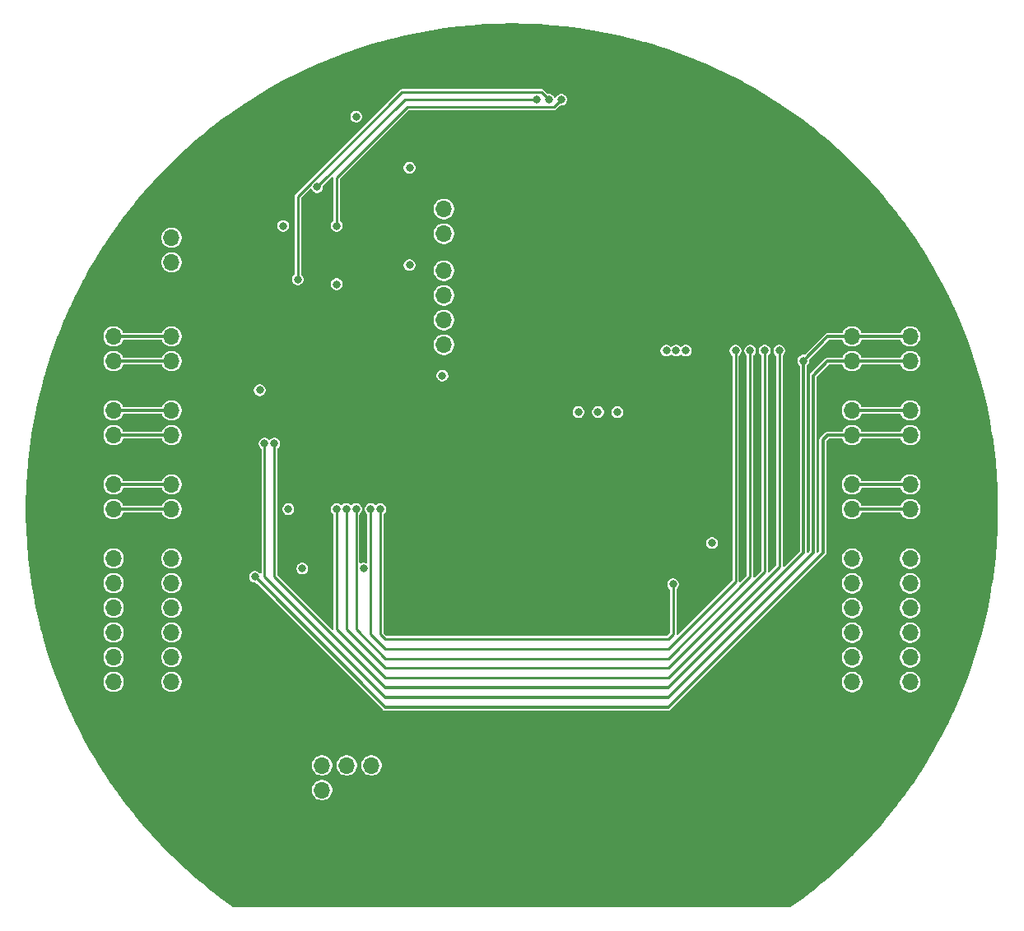
<source format=gbr>
%TF.GenerationSoftware,KiCad,Pcbnew,9.0.3*%
%TF.CreationDate,2025-09-01T11:10:08+02:00*%
%TF.ProjectId,TelemetryOnboard,54656c65-6d65-4747-9279-4f6e626f6172,v0.0.1*%
%TF.SameCoordinates,Original*%
%TF.FileFunction,Copper,L4,Bot*%
%TF.FilePolarity,Positive*%
%FSLAX46Y46*%
G04 Gerber Fmt 4.6, Leading zero omitted, Abs format (unit mm)*
G04 Created by KiCad (PCBNEW 9.0.3) date 2025-09-01 11:10:08*
%MOMM*%
%LPD*%
G01*
G04 APERTURE LIST*
%TA.AperFunction,Conductor*%
%ADD10C,2.000000*%
%TD*%
%TA.AperFunction,ComponentPad*%
%ADD11O,1.700000X1.700000*%
%TD*%
%TA.AperFunction,ComponentPad*%
%ADD12C,4.700000*%
%TD*%
%TA.AperFunction,ConnectorPad*%
%ADD13C,8.000000*%
%TD*%
%TA.AperFunction,ViaPad*%
%ADD14C,0.800000*%
%TD*%
%TA.AperFunction,Conductor*%
%ADD15C,0.300000*%
%TD*%
%TA.AperFunction,Conductor*%
%ADD16C,0.250000*%
%TD*%
G04 APERTURE END LIST*
D10*
%TO.N,GND*%
X29999985Y-35999940D02*
G75*
G02*
X23999985Y-35999940I-3000000J0D01*
G01*
X23999985Y-35999940D02*
G75*
G02*
X29999985Y-35999940I3000000J0D01*
G01*
%TD*%
D11*
%TO.P,J1,1,Pin_1*%
%TO.N,TX4*%
X-19525016Y-26374940D03*
%TO.P,J1,2,Pin_2*%
%TO.N,+3V3*%
X-19525016Y-28914940D03*
%TO.P,J1,3,Pin_3*%
%TO.N,RX4*%
X-16985016Y-26374940D03*
%TO.P,J1,4,Pin_4*%
%TO.N,GND*%
X-16985016Y-28914940D03*
%TO.P,J1,5,Pin_5*%
%TO.N,UPDI*%
X-14445016Y-26374940D03*
%TO.P,J1,6,Pin_6*%
%TO.N,GND*%
X-14445016Y-28914940D03*
%TD*%
D12*
%TO.P,M1,1,Pin_1*%
%TO.N,GND*%
X-27000016Y36000060D03*
D13*
X-27000016Y36000060D03*
%TD*%
D12*
%TO.P,M3,1,Pin_1*%
%TO.N,GND*%
X26999984Y-25999940D03*
D13*
X26999984Y-25999940D03*
%TD*%
D11*
%TO.P,JL1,1,Pin_1*%
%TO.N,SDA0*%
X-35000016Y17780060D03*
%TO.P,JL1,2,Pin_2*%
%TO.N,SCL0*%
X-35000016Y15240060D03*
%TO.P,JL1,3,Pin_3*%
%TO.N,GND*%
X-35000016Y12700060D03*
%TO.P,JL1,4,Pin_4*%
%TO.N,SDA2*%
X-35000016Y10160060D03*
%TO.P,JL1,5,Pin_5*%
%TO.N,SCL2*%
X-35000016Y7620060D03*
%TO.P,JL1,6,Pin_6*%
%TO.N,GND*%
X-35000016Y5080060D03*
%TO.P,JL1,7,Pin_7*%
%TO.N,D1*%
X-35000016Y2540060D03*
%TO.P,JL1,8,Pin_8*%
%TO.N,D2*%
X-35000016Y60D03*
%TD*%
%TO.P,J2,1,Pin_1*%
%TO.N,Net-(J2-Pin_1)*%
X-6990016Y30895062D03*
%TO.P,J2,2,Pin_2*%
%TO.N,Net-(J2-Pin_2)*%
X-6990016Y28355062D03*
%TD*%
%TO.P,J5,1,Pin_1*%
%TO.N,TX1*%
X-35000016Y27940060D03*
%TO.P,J5,2,Pin_2*%
%TO.N,RX1*%
X-35000016Y25400060D03*
%TD*%
%TO.P,JL4,9,Pin_1*%
%TO.N,+3V3*%
X-40975016Y-5079940D03*
%TO.P,JL4,10,Pin_2*%
X-40975016Y-7619940D03*
%TO.P,JL4,11,Pin_3*%
X-40975016Y-10159940D03*
%TO.P,JL4,12,Pin_4*%
%TO.N,+5V*%
X-40975016Y-12699940D03*
%TO.P,JL4,13,Pin_5*%
X-40975016Y-15239940D03*
%TO.P,JL4,14,Pin_6*%
X-40975016Y-17779940D03*
%TD*%
%TO.P,JR4,15,Pin_6*%
%TO.N,+5V*%
X40974984Y-17804940D03*
%TO.P,JR4,16,Pin_5*%
X40974984Y-15264940D03*
%TO.P,JR4,17,Pin_4*%
X40974984Y-12724940D03*
%TO.P,JR4,18,Pin_3*%
%TO.N,+3V3*%
X40974984Y-10184940D03*
%TO.P,JR4,19,Pin_2*%
X40974984Y-7644940D03*
%TO.P,JR4,20,Pin_1*%
X40974984Y-5104940D03*
%TD*%
D12*
%TO.P,M4,1,Pin_1*%
%TO.N,GND*%
X26999984Y36000060D03*
D13*
X26999984Y36000060D03*
%TD*%
D11*
%TO.P,JL3,1,Pin_1*%
%TO.N,SDA0*%
X-40975016Y17780060D03*
%TO.P,JL3,2,Pin_2*%
%TO.N,SCL0*%
X-40975016Y15240060D03*
%TO.P,JL3,3,Pin_3*%
%TO.N,GND*%
X-40975016Y12700060D03*
%TO.P,JL3,4,Pin_4*%
%TO.N,SDA2*%
X-40975016Y10160060D03*
%TO.P,JL3,5,Pin_5*%
%TO.N,SCL2*%
X-40975016Y7620060D03*
%TO.P,JL3,6,Pin_6*%
%TO.N,GND*%
X-40975016Y5080060D03*
%TO.P,JL3,7,Pin_7*%
%TO.N,D1*%
X-40975016Y2540060D03*
%TO.P,JL3,8,Pin_8*%
%TO.N,D2*%
X-40975016Y60D03*
%TD*%
%TO.P,JR1,21,Pin_8*%
%TO.N,TX_L*%
X34974984Y60D03*
%TO.P,JR1,22,Pin_7*%
%TO.N,RX_L*%
X34974984Y2540060D03*
%TO.P,JR1,23,Pin_6*%
%TO.N,GND*%
X34974984Y5080060D03*
%TO.P,JR1,24,Pin_5*%
%TO.N,D3*%
X34974984Y7620060D03*
%TO.P,JR1,25,Pin_4*%
%TO.N,VCC_B*%
X34974984Y10160060D03*
%TO.P,JR1,26,Pin_3*%
%TO.N,GND*%
X34974984Y12700060D03*
%TO.P,JR1,27,Pin_2*%
%TO.N,SLP*%
X34974984Y15240060D03*
%TO.P,JR1,28,Pin_1*%
%TO.N,ARM*%
X34974984Y17780060D03*
%TD*%
%TO.P,JL2,9,Pin_1*%
%TO.N,+3V3*%
X-35000016Y-5079940D03*
%TO.P,JL2,10,Pin_2*%
X-35000016Y-7619940D03*
%TO.P,JL2,11,Pin_3*%
X-35000016Y-10159940D03*
%TO.P,JL2,12,Pin_4*%
%TO.N,+5V*%
X-35000016Y-12699940D03*
%TO.P,JL2,13,Pin_5*%
X-35000016Y-15239940D03*
%TO.P,JL2,14,Pin_6*%
X-35000016Y-17779940D03*
%TD*%
%TO.P,JR3,21,Pin_8*%
%TO.N,TX_L*%
X40974984Y60D03*
%TO.P,JR3,22,Pin_7*%
%TO.N,RX_L*%
X40974984Y2540060D03*
%TO.P,JR3,23,Pin_6*%
%TO.N,GND*%
X40974984Y5080060D03*
%TO.P,JR3,24,Pin_5*%
%TO.N,D3*%
X40974984Y7620060D03*
%TO.P,JR3,25,Pin_4*%
%TO.N,VCC_B*%
X40974984Y10160060D03*
%TO.P,JR3,26,Pin_3*%
%TO.N,GND*%
X40974984Y12700060D03*
%TO.P,JR3,27,Pin_2*%
%TO.N,SLP*%
X40974984Y15240060D03*
%TO.P,JR3,28,Pin_1*%
%TO.N,ARM*%
X40974984Y17780060D03*
%TD*%
%TO.P,J4,1,Pin_1*%
%TO.N,MOSI*%
X-6990016Y16925062D03*
%TO.P,J4,2,Pin_2*%
%TO.N,MISO*%
X-6990016Y19465062D03*
%TO.P,J4,3,Pin_3*%
%TO.N,SCK*%
X-6990016Y22005062D03*
%TO.P,J4,4,Pin_4*%
%TO.N,SS*%
X-6990016Y24545062D03*
%TD*%
%TO.P,JR2,15,Pin_6*%
%TO.N,+5V*%
X34999984Y-17804940D03*
%TO.P,JR2,16,Pin_5*%
X34999984Y-15264940D03*
%TO.P,JR2,17,Pin_4*%
X34999984Y-12724940D03*
%TO.P,JR2,18,Pin_3*%
%TO.N,+3V3*%
X34999984Y-10184940D03*
%TO.P,JR2,19,Pin_2*%
X34999984Y-7644940D03*
%TO.P,JR2,20,Pin_1*%
X34999984Y-5104940D03*
%TD*%
D12*
%TO.P,M2,1,Pin_1*%
%TO.N,GND*%
X-27000016Y-35999940D03*
D13*
X-27000016Y-35999940D03*
%TD*%
D14*
%TO.N,GND*%
X-1500016Y4500060D03*
X1499983Y14500060D03*
X20386363Y44557838D03*
X-4500016Y1500060D03*
X-42309555Y24716511D03*
X-48929548Y-2626890D03*
X41925794Y-25361850D03*
X-10432391Y47876626D03*
X28801461Y-39641773D03*
X48366990Y7850710D03*
X-47795240Y10798975D03*
X48757085Y4872954D03*
X-28190630Y40078599D03*
X-45856651Y-17267513D03*
X10499974Y4500020D03*
X8960287Y48173839D03*
X-2000015Y-37999950D03*
X13499974Y1500020D03*
X33978177Y35305618D03*
X13499984Y-39999940D03*
X40549984Y23000060D03*
X21742256Y43912172D03*
X7499985Y4500060D03*
X-24391551Y42497743D03*
X13499974Y-10499980D03*
X-36581124Y-32600899D03*
X34515218Y-34780662D03*
X13499974Y-4499980D03*
X-33433188Y-35822042D03*
X-24000016Y-39999940D03*
X-35044185Y34247778D03*
X-16Y49000060D03*
X-38509583Y-30298673D03*
X28190598Y40078599D03*
X7499974Y-10499980D03*
X37549984Y28000060D03*
X4499984Y-39999940D03*
X44077404Y-21405104D03*
X36581092Y-32600899D03*
X36077211Y33157769D03*
X-48367022Y7850710D03*
X-48241038Y-8590856D03*
X-1500017Y14500060D03*
X-21000016Y-39999940D03*
X7499985Y-1499940D03*
X42309523Y24716511D03*
X10499974Y-10499980D03*
X-25500016Y-39999940D03*
X30002754Y-38740536D03*
X-43047116Y23408331D03*
X4499984Y-2999940D03*
X10499974Y-7499980D03*
X40715902Y27262012D03*
X1499984Y-39999940D03*
X-7500015Y4500050D03*
X48883515Y3376510D03*
X7499985Y-4499940D03*
X10499974Y1500020D03*
X1501583Y48977046D03*
X31175864Y-37802910D03*
X-44077436Y-21405104D03*
X-1270016Y40400062D03*
X48481616Y-7108481D03*
X6349984Y40400062D03*
X-3000016Y4500060D03*
X-48757117Y4872954D03*
X-34515250Y-34780662D03*
X-45305950Y-18664674D03*
X-47043918Y13706675D03*
X-4500015Y-7499950D03*
X45856619Y-17267513D03*
X-36077243Y33157769D03*
X11849984Y11000062D03*
X1499984Y-4499940D03*
X-32319721Y-36829774D03*
X7479799Y48425801D03*
X-1500026Y-10499980D03*
X29405560Y39195877D03*
X5999984Y-39999940D03*
X-1500016Y7500060D03*
X-17618451Y45723038D03*
X32319689Y-36829774D03*
X13499974Y4500020D03*
X-29405592Y39195877D03*
X-28801493Y-39641773D03*
X2999984Y-4499940D03*
X-44712693Y-20044303D03*
X-7500015Y-4499950D03*
X45014576Y19356882D03*
X-22500016Y-39999940D03*
X-43744242Y22078164D03*
X-41925826Y-25361850D03*
X47955081Y-10065162D03*
X-43400776Y-22745798D03*
X-32880315Y36330294D03*
X-33978209Y35305618D03*
X-7500015Y7500050D03*
X4499984Y3000060D03*
X44400246Y20727257D03*
X-6000016Y-39999940D03*
X45305918Y-18664674D03*
X-4500016Y4500060D03*
X-25682431Y41730307D03*
X-46115878Y16562887D03*
X38040724Y30885365D03*
X-39419998Y-29104321D03*
X-4500026Y-10499980D03*
X-1500015Y-7499940D03*
X-19500016Y-39999940D03*
X48826033Y-4125097D03*
X20999984Y-39999940D03*
X39049984Y25500060D03*
X10432359Y47876626D03*
X37076381Y32036613D03*
X-27937516Y12240060D03*
X45586621Y17968323D03*
X-1500016Y6000060D03*
X43400744Y-22745798D03*
X16208969Y46241479D03*
X4499985Y7500050D03*
X-18025016Y21152560D03*
X33433156Y-35822042D03*
X31751505Y37320844D03*
X7499985Y1500060D03*
X22499984Y-39999940D03*
X-1500016Y10500060D03*
X-5992317Y48632275D03*
X4499984Y-4499940D03*
X-1501615Y48977046D03*
X38969335Y29705105D03*
X13499974Y-1499980D03*
X-38969367Y29705105D03*
X-4500016Y-1499940D03*
X-4500016Y60D03*
X-40715934Y27262012D03*
X-27000016Y-39999940D03*
X-37076413Y32036613D03*
X1499974Y-10499980D03*
X24391519Y42497743D03*
X-3000016Y-39999940D03*
X25499984Y-39999940D03*
X-4499174Y48793068D03*
X-10500016Y-39999940D03*
X-39861372Y28496942D03*
X-48987070Y-1126217D03*
X36049984Y30500060D03*
X21049984Y34090060D03*
X-29500000Y-22500000D03*
X20579984Y3500060D03*
X43047084Y23408331D03*
X-37562996Y-31464564D03*
X-20386395Y44557838D03*
X-40293384Y-27882631D03*
X-1500016Y-39999940D03*
X4499984Y4500060D03*
X-31751537Y37320844D03*
X-14784325Y46716483D03*
X-48883547Y3376510D03*
X48584856Y6364822D03*
X46364244Y-15854132D03*
X-46364276Y-15854132D03*
X-8500026Y13740060D03*
X47624110Y-11530013D03*
X8999984Y-39999940D03*
X32880283Y36330294D03*
X10499984Y-39999940D03*
X-48103724Y9329224D03*
X39861340Y28496942D03*
X4499974Y-10499980D03*
X4499984Y1500060D03*
X2999984Y4500060D03*
X-46601785Y15141893D03*
X-17Y14500060D03*
X-45014608Y19356882D03*
X10499974Y-1499980D03*
X48929516Y-2626890D03*
X48964027Y1876894D03*
X48676686Y-5619428D03*
X11999984Y-39999940D03*
X38509551Y-30298673D03*
X3001772Y48908027D03*
X-21500016Y60D03*
X35044153Y34247778D03*
X-45586653Y17968323D03*
X17999984Y-39999940D03*
X-30592933Y38276338D03*
X32999984Y-30024940D03*
X4499984Y-1499940D03*
X-48676718Y-5619428D03*
X48998546Y375515D03*
X1499984Y7500060D03*
X-15000016Y-39999940D03*
X-47624142Y-11530013D03*
X-11894663Y47534441D03*
X-44400278Y20727257D03*
X13499974Y-7499980D03*
X-48998578Y375515D03*
X48241006Y-8590856D03*
X-33000016Y-30024940D03*
X-42683348Y-24065127D03*
X-1500016Y9000060D03*
X14999984Y-39999940D03*
X1499984Y10500060D03*
X-48481648Y-7108481D03*
X25682399Y41730307D03*
X21049984Y38040060D03*
X43744210Y22078164D03*
X42683316Y-24065127D03*
X-48964059Y1876894D03*
X-26949188Y40923673D03*
X-3000016Y-4499940D03*
X-18000016Y-39999940D03*
X17618419Y45723038D03*
X-16Y-4499940D03*
X-23077758Y43225259D03*
X10499974Y-4499980D03*
X41532219Y26001473D03*
X1499984Y9000060D03*
X19499984Y-39999940D03*
X47795208Y10798975D03*
X39419966Y-29104321D03*
X-21742288Y43912172D03*
X16499984Y-39999940D03*
X23077726Y43225259D03*
X-3001804Y48908027D03*
X-8960319Y48173839D03*
X-7500016Y-39999940D03*
X-4500015Y7500050D03*
X-4500016Y-2999940D03*
X1499984Y4500060D03*
X40293352Y-27882631D03*
X-16209001Y46241479D03*
X-16Y-39999940D03*
X13345730Y47147606D03*
X-16500016Y-39999940D03*
X-47955113Y-10065162D03*
X37562964Y-31464564D03*
X-35564890Y-33706612D03*
X-13345762Y47147606D03*
X46601753Y15141893D03*
X-7500015Y-7499950D03*
X2999984Y-39999940D03*
X-7500015Y1500050D03*
X30592901Y38276338D03*
X7499985Y-7499950D03*
X-47441861Y12258583D03*
X4499985Y-7499940D03*
X47043886Y13706675D03*
X4499142Y48793068D03*
X-48584888Y6364822D03*
X46115846Y16562887D03*
X4499984Y60D03*
X5992285Y48632275D03*
X11894631Y47534441D03*
X-4500016Y3000060D03*
X-12000016Y-39999940D03*
X-7500015Y-1499950D03*
X-7479831Y48425801D03*
X9849984Y11000062D03*
X26999984Y-39999940D03*
X47248405Y-12984034D03*
X48987038Y-1126217D03*
X-31175896Y-37802910D03*
X-47248437Y-12984034D03*
X-46828350Y-14425858D03*
X14784293Y46716483D03*
X-7500026Y-10499980D03*
X31974984Y20780060D03*
X7499984Y-39999940D03*
X10499974Y7500020D03*
X41128890Y-26634750D03*
X-1500016Y-4499940D03*
X48103692Y9329224D03*
X47441829Y12258583D03*
X-9000016Y-39999940D03*
X7849984Y11000062D03*
X46828318Y-14425858D03*
X-13500016Y-39999940D03*
X-24437516Y13740060D03*
X-4500016Y-4499940D03*
X44712661Y-20044303D03*
X1499985Y-7499940D03*
X7499985Y7500050D03*
X-41128922Y-26634750D03*
X26949156Y40923673D03*
X35564858Y-33706612D03*
X-41532251Y26001473D03*
X-38040756Y30885365D03*
X23999984Y-39999940D03*
X19011320Y45161649D03*
X-16025016Y25152560D03*
X-4500016Y-39999940D03*
X-19011352Y45161649D03*
X-30002786Y-38740536D03*
X-5075016Y13740060D03*
X-48826065Y-4125097D03*
%TO.N,+3V3*%
X-23525016Y29152560D03*
X6849984Y10000062D03*
X10849984Y10000062D03*
X-7150016Y13740060D03*
X8849984Y10000062D03*
X-10525016Y35140060D03*
X-23000016Y60D03*
X-18025016Y23152560D03*
X20579984Y-3499940D03*
X-10525016Y25115060D03*
X-16025016Y40400062D03*
X-25937516Y12240060D03*
X-15255016Y-6119940D03*
X-21565016Y-6119940D03*
%TO.N,ARM*%
X-24437516Y6740060D03*
X29974984Y15280060D03*
%TO.N,SLP*%
X-25437516Y6740060D03*
%TO.N,D3*%
X-26437516Y-6967440D03*
%TO.N,+5V*%
X17889984Y16310062D03*
X16889984Y16310062D03*
X15889984Y16310062D03*
%TO.N,RTS*%
X3809984Y42150062D03*
X-22025016Y23652560D03*
%TO.N,CFG*%
X-20025016Y33152560D03*
X2539984Y42150062D03*
%TO.N,RST*%
X16579984Y-7739940D03*
X-13525016Y60D03*
%TO.N,CTS*%
X5079984Y42150062D03*
X-18025016Y29152560D03*
%TO.N,Net-(U1-PF2)*%
X-14525016Y60D03*
X22999984Y16310062D03*
%TO.N,Net-(U1-PE7)*%
X-16025016Y60D03*
X24499984Y16310062D03*
%TO.N,Net-(U1-PE5)*%
X-17025016Y60D03*
X25999984Y16310062D03*
%TO.N,Net-(U1-PE3)*%
X27499984Y16310062D03*
X-18025016Y60D03*
%TD*%
D15*
%TO.N,SCL2*%
X-40975016Y7620060D02*
X-35000016Y7620060D01*
%TO.N,SDA2*%
X-40975016Y10160060D02*
X-35000016Y10160060D01*
%TO.N,ARM*%
X-13025016Y-18379940D02*
X16079984Y-18379940D01*
D16*
X-24437516Y-6967440D02*
X-24437516Y6740060D01*
D15*
X32474984Y17780060D02*
X34974984Y17780060D01*
X34974984Y17780060D02*
X40974984Y17780060D01*
D16*
X-13025016Y-18379940D02*
X-24437516Y-6967440D01*
D15*
X29974984Y15280060D02*
X32474984Y17780060D01*
X16079984Y-18379940D02*
X29974984Y-4484940D01*
X29974984Y-4484940D02*
X29974984Y15280060D01*
%TO.N,D1*%
X-40975016Y2540060D02*
X-35000016Y2540060D01*
%TO.N,D2*%
X-40975016Y60D02*
X-35000016Y60D01*
%TO.N,SLP*%
X32474984Y15240060D02*
X34974984Y15240060D01*
D16*
X-25437516Y-6967440D02*
X-25437516Y6740060D01*
X-13025016Y-19379940D02*
X-25437516Y-6967440D01*
D15*
X-13025016Y-19379940D02*
X16079984Y-19379940D01*
X16079984Y-19379940D02*
X30974984Y-4484940D01*
X30974984Y-4484940D02*
X30974984Y13740060D01*
X30974984Y13740060D02*
X32474984Y15240060D01*
X34974984Y15240060D02*
X40974984Y15240060D01*
%TO.N,D3*%
X-26437516Y-6967440D02*
X-13025016Y-20379940D01*
X34974984Y7620060D02*
X40974984Y7620060D01*
X31974984Y7120060D02*
X32474984Y7620060D01*
X16079984Y-20379940D02*
X31974984Y-4484940D01*
X31974984Y-4484940D02*
X31974984Y7120060D01*
X-13025016Y-20379940D02*
X16079984Y-20379940D01*
X32474984Y7620060D02*
X34974984Y7620060D01*
%TO.N,VCC_B*%
X34974984Y10160060D02*
X40974984Y10160060D01*
%TO.N,RX_L*%
X34974984Y2540060D02*
X40974984Y2540060D01*
%TO.N,TX_L*%
X34974984Y60D02*
X40974984Y60D01*
D16*
%TO.N,RTS*%
X3059984Y42900062D02*
X-11302819Y42900062D01*
X3809984Y42150062D02*
X3059984Y42900062D01*
X-22025016Y32177865D02*
X-22025016Y23652560D01*
X-11302819Y42900062D02*
X-22025016Y32177865D01*
%TO.N,CFG*%
X-11027514Y42150062D02*
X-20025016Y33152560D01*
X2539984Y42150062D02*
X-11027514Y42150062D01*
%TO.N,RST*%
X-13525016Y-12879940D02*
X-13525016Y60D01*
X-13025016Y-13379940D02*
X-13525016Y-12879940D01*
X16579984Y-7739940D02*
X16579984Y-12879940D01*
X16079984Y-13379940D02*
X-13025016Y-13379940D01*
X16579984Y-12879940D02*
X16079984Y-13379940D01*
%TO.N,CTS*%
X-18025016Y34152560D02*
X-10777514Y41400062D01*
X-18025016Y34152560D02*
X-18025016Y29152560D01*
X5079984Y42150062D02*
X4329984Y41400062D01*
X4329984Y41400062D02*
X-10777514Y41400062D01*
%TO.N,Net-(U1-PF2)*%
X22999984Y-7459940D02*
X16079984Y-14379940D01*
X16079984Y-14379940D02*
X-13025016Y-14379940D01*
X-14525016Y-12879940D02*
X-14525016Y60D01*
X-13025016Y-14379940D02*
X-14525016Y-12879940D01*
X22999984Y16310062D02*
X22999984Y-7459940D01*
%TO.N,Net-(U1-PE7)*%
X16079984Y-15379940D02*
X-13025016Y-15379940D01*
X-16025016Y-12379940D02*
X-16025016Y60D01*
X24499984Y16310062D02*
X24499984Y-6959940D01*
X-13025016Y-15379940D02*
X-16025016Y-12379940D01*
X24499984Y-6959940D02*
X16079984Y-15379940D01*
%TO.N,Net-(U1-PE5)*%
X-17025016Y-12379940D02*
X-17025016Y60D01*
X16079984Y-16379940D02*
X-13025016Y-16379940D01*
X25999984Y16310062D02*
X25999984Y-6459940D01*
X25999984Y-6459940D02*
X16079984Y-16379940D01*
X-13025016Y-16379940D02*
X-17025016Y-12379940D01*
%TO.N,Net-(U1-PE3)*%
X-13025016Y-17379940D02*
X-18025016Y-12379940D01*
X27499984Y-5959940D02*
X16079984Y-17379940D01*
X27499984Y16310062D02*
X27499984Y-5959940D01*
X16079984Y-17379940D02*
X-13025016Y-17379940D01*
X-18025016Y-12379940D02*
X-18025016Y60D01*
D15*
%TO.N,SCL0*%
X-40975016Y15240060D02*
X-35000016Y15240060D01*
%TO.N,SDA0*%
X-40975016Y17780060D02*
X-35000016Y17780060D01*
%TD*%
%TA.AperFunction,Conductor*%
%TO.N,GND*%
G36*
X1383037Y49980401D02*
G01*
X1386471Y49980306D01*
X2766751Y49922924D01*
X2770180Y49922734D01*
X4148344Y49827146D01*
X4151767Y49826861D01*
X5526768Y49693139D01*
X5530181Y49692759D01*
X6900919Y49521010D01*
X6904321Y49520536D01*
X8269796Y49310886D01*
X8273183Y49310318D01*
X9632340Y49062928D01*
X9635710Y49062266D01*
X10987472Y48777334D01*
X10990823Y48776579D01*
X12292515Y48464311D01*
X12293176Y48464150D01*
X12345011Y48451414D01*
X12347678Y48450728D01*
X13593804Y48115034D01*
X13594537Y48114834D01*
X13694041Y48087374D01*
X13696612Y48086634D01*
X14894729Y47728001D01*
X14895532Y47727758D01*
X15032093Y47685872D01*
X15034567Y47685085D01*
X16191896Y47303430D01*
X16192767Y47303139D01*
X16358297Y47247189D01*
X16360672Y47246359D01*
X17482389Y46841672D01*
X17483327Y46841329D01*
X17671356Y46771776D01*
X17673633Y46770909D01*
X18763965Y46343058D01*
X18764966Y46342660D01*
X18970420Y46259971D01*
X18972598Y46259070D01*
X20034575Y45808017D01*
X20035639Y45807560D01*
X20254300Y45712269D01*
X20256379Y45711340D01*
X21292696Y45236891D01*
X21293818Y45236370D01*
X21522073Y45129101D01*
X21524053Y45128149D01*
X22536496Y44630264D01*
X22537676Y44629676D01*
X22772721Y44510970D01*
X22774602Y44510000D01*
X23764963Y43988426D01*
X23766196Y43987768D01*
X24005128Y43858474D01*
X24006912Y43857489D01*
X24976385Y43312099D01*
X24977668Y43311367D01*
X25218507Y43172076D01*
X25220193Y43171083D01*
X26169767Y42601704D01*
X26171098Y42600895D01*
X26411811Y42452417D01*
X26413401Y42451419D01*
X27343973Y41857789D01*
X27345348Y41856900D01*
X27583979Y41700201D01*
X27585474Y41699203D01*
X28616492Y41000582D01*
X28619317Y40998610D01*
X29635726Y40267880D01*
X29637162Y40266832D01*
X29865567Y40097604D01*
X29866908Y40096596D01*
X30749916Y39423675D01*
X30751363Y39422556D01*
X30974077Y39247578D01*
X30975349Y39246565D01*
X31840342Y38548434D01*
X31841796Y38547242D01*
X32058120Y38367163D01*
X32059324Y38366147D01*
X32906039Y37642893D01*
X32907497Y37641628D01*
X33116735Y37457189D01*
X33117873Y37456174D01*
X33946286Y36707640D01*
X33947746Y36706299D01*
X34149149Y36518382D01*
X34150220Y36517371D01*
X34960052Y35743565D01*
X34961510Y35742149D01*
X35154599Y35551498D01*
X35155606Y35550492D01*
X35946552Y34751401D01*
X35948006Y34749908D01*
X36132283Y34557367D01*
X36133226Y34556370D01*
X36905127Y33731782D01*
X36906571Y33730212D01*
X37081387Y33536901D01*
X37082269Y33535916D01*
X37834930Y32685579D01*
X37836363Y32683931D01*
X38001049Y32491134D01*
X38001870Y32490163D01*
X38735156Y31613677D01*
X38736575Y31611949D01*
X38890798Y31420704D01*
X38891559Y31419751D01*
X39605111Y30516882D01*
X39606512Y30515075D01*
X39749794Y30326739D01*
X39750497Y30325806D01*
X40444137Y29396002D01*
X40445517Y29394115D01*
X40577340Y29210279D01*
X40577987Y29209368D01*
X41251502Y28251997D01*
X41252858Y28250030D01*
X41372855Y28072280D01*
X41373448Y28071393D01*
X42026624Y27085669D01*
X42027951Y27083623D01*
X42135580Y26914046D01*
X42136122Y26913185D01*
X42768852Y25897973D01*
X42770147Y25895847D01*
X42865071Y25736501D01*
X42865562Y25735670D01*
X43477555Y24689903D01*
X43478816Y24687697D01*
X43560697Y24540963D01*
X43561140Y24540162D01*
X44152226Y23462302D01*
X44153448Y23460018D01*
X44221832Y23328892D01*
X44222229Y23328124D01*
X44792300Y22216174D01*
X44793479Y22213811D01*
X44848045Y22101552D01*
X44848399Y22100818D01*
X45397238Y20952554D01*
X45398373Y20950112D01*
X45438780Y20860629D01*
X45439092Y20859933D01*
X45966551Y19672448D01*
X45967636Y19669931D01*
X45993796Y19607342D01*
X45994069Y19606682D01*
X46499839Y18376741D01*
X46500872Y18374146D01*
X46512272Y18344545D01*
X46512509Y18343926D01*
X46995979Y17068273D01*
X46997158Y17065026D01*
X47453305Y15752195D01*
X47454394Y15748915D01*
X47873798Y14423840D01*
X47874794Y14420531D01*
X48257101Y13084326D01*
X48258005Y13080992D01*
X48602935Y11734649D01*
X48603746Y11731290D01*
X48911030Y10375849D01*
X48911747Y10372468D01*
X49181143Y9009001D01*
X49181766Y9005602D01*
X49413071Y7635125D01*
X49413598Y7631711D01*
X49606625Y6255350D01*
X49607057Y6251921D01*
X49761655Y4870740D01*
X49761992Y4867301D01*
X49878051Y3482283D01*
X49878291Y3478836D01*
X49955710Y2091201D01*
X49955855Y2087749D01*
X49994582Y698427D01*
X49994630Y694972D01*
X49994630Y-694852D01*
X49994582Y-698307D01*
X49955855Y-2087629D01*
X49955710Y-2091081D01*
X49878291Y-3478716D01*
X49878051Y-3482163D01*
X49761992Y-4867181D01*
X49761655Y-4870620D01*
X49607057Y-6251801D01*
X49606625Y-6255230D01*
X49413598Y-7631591D01*
X49413071Y-7635005D01*
X49181766Y-9005482D01*
X49181143Y-9008881D01*
X48911747Y-10372348D01*
X48911030Y-10375729D01*
X48603746Y-11731170D01*
X48602935Y-11734529D01*
X48258005Y-13080872D01*
X48257101Y-13084206D01*
X47874794Y-14420411D01*
X47873798Y-14423720D01*
X47454394Y-15748795D01*
X47453305Y-15752075D01*
X46997158Y-17064906D01*
X46995979Y-17068153D01*
X46512451Y-18343958D01*
X46512215Y-18344575D01*
X46500889Y-18373986D01*
X46499855Y-18376583D01*
X45993994Y-19606743D01*
X45993722Y-19607401D01*
X45967661Y-19669756D01*
X45966575Y-19672275D01*
X45439060Y-20859884D01*
X45438748Y-20860580D01*
X45398379Y-20949978D01*
X45397244Y-20952420D01*
X44848361Y-22100773D01*
X44848008Y-22101506D01*
X44793491Y-22213669D01*
X44792311Y-22216033D01*
X44222140Y-23328177D01*
X44221743Y-23328945D01*
X44153478Y-23459843D01*
X44152256Y-23462127D01*
X43561044Y-24540218D01*
X43560601Y-24541019D01*
X43478852Y-24687515D01*
X43477591Y-24689721D01*
X42865483Y-25735685D01*
X42864992Y-25736516D01*
X42770155Y-25895715D01*
X42768860Y-25897841D01*
X42136132Y-26913050D01*
X42135590Y-26913911D01*
X42027970Y-27083474D01*
X42026643Y-27085520D01*
X41373394Y-28071355D01*
X41372801Y-28072242D01*
X41252883Y-28249875D01*
X41251528Y-28251842D01*
X40577934Y-29209326D01*
X40577286Y-29210237D01*
X40445544Y-29393959D01*
X40444164Y-29395846D01*
X39750389Y-30325831D01*
X39749686Y-30326764D01*
X39606571Y-30514881D01*
X39605170Y-30516688D01*
X38891524Y-31419676D01*
X38890763Y-31420630D01*
X38736585Y-31611818D01*
X38735166Y-31613545D01*
X38001794Y-32490135D01*
X38000973Y-32491106D01*
X37836413Y-32683756D01*
X37834980Y-32685404D01*
X37082175Y-33535902D01*
X37081294Y-33536887D01*
X36906603Y-33730061D01*
X36905158Y-33731631D01*
X36133133Y-34556351D01*
X36132189Y-34557348D01*
X35948091Y-34749700D01*
X35946638Y-34751193D01*
X35155568Y-35550411D01*
X35154561Y-35551417D01*
X34961522Y-35742018D01*
X34960064Y-35743434D01*
X34150124Y-36517343D01*
X34149053Y-36518354D01*
X33947815Y-36706117D01*
X33946355Y-36707458D01*
X33117788Y-37456131D01*
X33116650Y-37457146D01*
X32907569Y-37641447D01*
X32906111Y-37642712D01*
X32059239Y-38366099D01*
X32058035Y-38367115D01*
X31841892Y-38547044D01*
X31840438Y-38548236D01*
X30975239Y-39246533D01*
X30973967Y-39247546D01*
X30751460Y-39422363D01*
X30750013Y-39423482D01*
X29866817Y-40096545D01*
X29865477Y-40097553D01*
X29637265Y-40266639D01*
X29635828Y-40267687D01*
X28650433Y-40976121D01*
X28584510Y-40999272D01*
X28578050Y-40999440D01*
X-28578082Y-40999440D01*
X-28645121Y-40979755D01*
X-28650465Y-40976121D01*
X-29635765Y-40267756D01*
X-29637202Y-40266707D01*
X-29865612Y-40097473D01*
X-29866952Y-40096466D01*
X-30749966Y-39423541D01*
X-30751413Y-39422422D01*
X-30974080Y-39247481D01*
X-30975352Y-39246468D01*
X-31840410Y-38548284D01*
X-31841864Y-38547092D01*
X-32058129Y-38367062D01*
X-32059333Y-38366046D01*
X-32906067Y-37642777D01*
X-32907526Y-37641512D01*
X-33116777Y-37457061D01*
X-33117914Y-37456046D01*
X-33946325Y-36707514D01*
X-33947785Y-36706173D01*
X-34149173Y-36518270D01*
X-34150244Y-36517259D01*
X-34960031Y-35743496D01*
X-34961490Y-35742079D01*
X-35154693Y-35551315D01*
X-35155699Y-35550310D01*
X-35946615Y-34751250D01*
X-35948069Y-34749757D01*
X-36132262Y-34557304D01*
X-36133205Y-34556307D01*
X-36905204Y-33731614D01*
X-36906648Y-33730044D01*
X-37081334Y-33536877D01*
X-37082216Y-33535892D01*
X-37834967Y-32685455D01*
X-37836400Y-32683806D01*
X-38001072Y-32491024D01*
X-38001893Y-32490054D01*
X-38735193Y-31613551D01*
X-38736612Y-31611823D01*
X-38890813Y-31420606D01*
X-38891574Y-31419653D01*
X-39605147Y-30516757D01*
X-39606548Y-30514950D01*
X-39749807Y-30326645D01*
X-39750510Y-30325712D01*
X-40444213Y-29395824D01*
X-40445593Y-29393937D01*
X-40577283Y-29210287D01*
X-40577931Y-29209376D01*
X-40811948Y-28876731D01*
X-40857856Y-28811475D01*
X-20575516Y-28811475D01*
X-20575516Y-29018405D01*
X-20535146Y-29221360D01*
X-20455957Y-29412538D01*
X-20340993Y-29584595D01*
X-20194671Y-29730917D01*
X-20022614Y-29845881D01*
X-19831436Y-29925070D01*
X-19628483Y-29965439D01*
X-19628482Y-29965440D01*
X-19628481Y-29965440D01*
X-19421550Y-29965440D01*
X-19421546Y-29965439D01*
X-19218596Y-29925070D01*
X-19027418Y-29845881D01*
X-18855361Y-29730917D01*
X-18855358Y-29730915D01*
X-18709040Y-29584597D01*
X-18594074Y-29412536D01*
X-18514886Y-29221360D01*
X-18514884Y-29221352D01*
X-18474516Y-29018409D01*
X-18474516Y-28811470D01*
X-18514884Y-28608527D01*
X-18514886Y-28608519D01*
X-18594074Y-28417343D01*
X-18709040Y-28245282D01*
X-18855358Y-28098964D01*
X-19027419Y-27983998D01*
X-19218595Y-27904810D01*
X-19218603Y-27904808D01*
X-19421546Y-27864440D01*
X-19421551Y-27864440D01*
X-19628481Y-27864440D01*
X-19628485Y-27864440D01*
X-19831428Y-27904808D01*
X-19831436Y-27904810D01*
X-20022614Y-27983999D01*
X-20108642Y-28041481D01*
X-20194673Y-28098964D01*
X-20340991Y-28245282D01*
X-20340993Y-28245285D01*
X-20455957Y-28417342D01*
X-20535146Y-28608520D01*
X-20575516Y-28811475D01*
X-40857856Y-28811475D01*
X-41251553Y-28251852D01*
X-41252908Y-28249885D01*
X-41372847Y-28072222D01*
X-41373440Y-28071335D01*
X-42026658Y-27085547D01*
X-42027986Y-27083500D01*
X-42135667Y-26913839D01*
X-42136207Y-26912979D01*
X-42498944Y-26330970D01*
X-42536024Y-26271475D01*
X-20575516Y-26271475D01*
X-20575516Y-26478405D01*
X-20535146Y-26681360D01*
X-20455957Y-26872538D01*
X-20340993Y-27044595D01*
X-20194671Y-27190917D01*
X-20022614Y-27305881D01*
X-19831436Y-27385070D01*
X-19628483Y-27425439D01*
X-19628482Y-27425440D01*
X-19628481Y-27425440D01*
X-19421550Y-27425440D01*
X-19421546Y-27425439D01*
X-19218596Y-27385070D01*
X-19027418Y-27305881D01*
X-18855361Y-27190917D01*
X-18855358Y-27190915D01*
X-18709040Y-27044597D01*
X-18651557Y-26958566D01*
X-18594075Y-26872538D01*
X-18514886Y-26681360D01*
X-18514884Y-26681352D01*
X-18474516Y-26478409D01*
X-18474516Y-26271475D01*
X-18035516Y-26271475D01*
X-18035516Y-26478405D01*
X-17995146Y-26681360D01*
X-17915957Y-26872538D01*
X-17800993Y-27044595D01*
X-17654671Y-27190917D01*
X-17482614Y-27305881D01*
X-17291436Y-27385070D01*
X-17088483Y-27425439D01*
X-17088482Y-27425440D01*
X-17088481Y-27425440D01*
X-16881550Y-27425440D01*
X-16881546Y-27425439D01*
X-16678596Y-27385070D01*
X-16487418Y-27305881D01*
X-16315361Y-27190917D01*
X-16315358Y-27190915D01*
X-16169040Y-27044597D01*
X-16111557Y-26958566D01*
X-16054075Y-26872538D01*
X-15974886Y-26681360D01*
X-15974884Y-26681352D01*
X-15934516Y-26478409D01*
X-15934516Y-26271475D01*
X-15495516Y-26271475D01*
X-15495516Y-26478405D01*
X-15455146Y-26681360D01*
X-15375957Y-26872538D01*
X-15260993Y-27044595D01*
X-15114671Y-27190917D01*
X-14942614Y-27305881D01*
X-14751436Y-27385070D01*
X-14548483Y-27425439D01*
X-14548482Y-27425440D01*
X-14548481Y-27425440D01*
X-14341550Y-27425440D01*
X-14341546Y-27425439D01*
X-14138596Y-27385070D01*
X-13947418Y-27305881D01*
X-13775361Y-27190917D01*
X-13775358Y-27190915D01*
X-13629040Y-27044597D01*
X-13571557Y-26958566D01*
X-13514075Y-26872538D01*
X-13434886Y-26681360D01*
X-13434884Y-26681352D01*
X-13394516Y-26478409D01*
X-13394516Y-26271470D01*
X-13434884Y-26068527D01*
X-13434886Y-26068519D01*
X-13514074Y-25877343D01*
X-13629040Y-25705282D01*
X-13775358Y-25558964D01*
X-13947419Y-25443998D01*
X-14138595Y-25364810D01*
X-14138603Y-25364808D01*
X-14341546Y-25324440D01*
X-14341551Y-25324440D01*
X-14548481Y-25324440D01*
X-14548485Y-25324440D01*
X-14751428Y-25364808D01*
X-14751436Y-25364810D01*
X-14942614Y-25443999D01*
X-15028642Y-25501481D01*
X-15114673Y-25558964D01*
X-15260991Y-25705282D01*
X-15260993Y-25705285D01*
X-15375957Y-25877342D01*
X-15455146Y-26068520D01*
X-15495516Y-26271475D01*
X-15934516Y-26271475D01*
X-15934516Y-26271470D01*
X-15974884Y-26068527D01*
X-15974886Y-26068519D01*
X-16054074Y-25877343D01*
X-16169040Y-25705282D01*
X-16315358Y-25558964D01*
X-16487419Y-25443998D01*
X-16678595Y-25364810D01*
X-16678603Y-25364808D01*
X-16881546Y-25324440D01*
X-16881551Y-25324440D01*
X-17088481Y-25324440D01*
X-17088485Y-25324440D01*
X-17291428Y-25364808D01*
X-17291436Y-25364810D01*
X-17482614Y-25443999D01*
X-17568642Y-25501481D01*
X-17654673Y-25558964D01*
X-17800991Y-25705282D01*
X-17800993Y-25705285D01*
X-17915957Y-25877342D01*
X-17995146Y-26068520D01*
X-18035516Y-26271475D01*
X-18474516Y-26271475D01*
X-18474516Y-26271470D01*
X-18514884Y-26068527D01*
X-18514886Y-26068519D01*
X-18594074Y-25877343D01*
X-18709040Y-25705282D01*
X-18855358Y-25558964D01*
X-19027419Y-25443998D01*
X-19218595Y-25364810D01*
X-19218603Y-25364808D01*
X-19421546Y-25324440D01*
X-19421551Y-25324440D01*
X-19628481Y-25324440D01*
X-19628485Y-25324440D01*
X-19831428Y-25364808D01*
X-19831436Y-25364810D01*
X-20022614Y-25443999D01*
X-20108642Y-25501481D01*
X-20194673Y-25558964D01*
X-20340991Y-25705282D01*
X-20340993Y-25705285D01*
X-20455957Y-25877342D01*
X-20535146Y-26068520D01*
X-20575516Y-26271475D01*
X-42536024Y-26271475D01*
X-42768879Y-25897861D01*
X-42770175Y-25895735D01*
X-42865052Y-25736468D01*
X-42865543Y-25735637D01*
X-43477613Y-24689738D01*
X-43478874Y-24687532D01*
X-43560659Y-24540970D01*
X-43561102Y-24540169D01*
X-44152287Y-23462129D01*
X-44153509Y-23459844D01*
X-44221778Y-23328936D01*
X-44222175Y-23328169D01*
X-44792355Y-22216011D01*
X-44793535Y-22213647D01*
X-44848009Y-22101573D01*
X-44848362Y-22100840D01*
X-45397271Y-20952432D01*
X-45398406Y-20949990D01*
X-45438800Y-20860536D01*
X-45439112Y-20859840D01*
X-45966613Y-19672262D01*
X-45967698Y-19669743D01*
X-45993733Y-19607451D01*
X-45994006Y-19606793D01*
X-46499905Y-18376539D01*
X-46500940Y-18373941D01*
X-46512178Y-18344758D01*
X-46512413Y-18344143D01*
X-46751112Y-17714329D01*
X-46751112Y-17714327D01*
X-46765458Y-17676475D01*
X-42025516Y-17676475D01*
X-42025516Y-17883405D01*
X-41985146Y-18086360D01*
X-41905957Y-18277538D01*
X-41790993Y-18449595D01*
X-41644671Y-18595917D01*
X-41472614Y-18710881D01*
X-41281436Y-18790070D01*
X-41078483Y-18830439D01*
X-41078482Y-18830440D01*
X-41078481Y-18830440D01*
X-40871550Y-18830440D01*
X-40871546Y-18830439D01*
X-40668596Y-18790070D01*
X-40477418Y-18710881D01*
X-40305361Y-18595917D01*
X-40305358Y-18595915D01*
X-40159040Y-18449597D01*
X-40088455Y-18343958D01*
X-40044075Y-18277538D01*
X-39964886Y-18086360D01*
X-39964884Y-18086352D01*
X-39924516Y-17883409D01*
X-39924516Y-17676475D01*
X-36050516Y-17676475D01*
X-36050516Y-17883405D01*
X-36010146Y-18086360D01*
X-35930957Y-18277538D01*
X-35815993Y-18449595D01*
X-35669671Y-18595917D01*
X-35497614Y-18710881D01*
X-35306436Y-18790070D01*
X-35103483Y-18830439D01*
X-35103482Y-18830440D01*
X-35103481Y-18830440D01*
X-34896550Y-18830440D01*
X-34896546Y-18830439D01*
X-34693596Y-18790070D01*
X-34502418Y-18710881D01*
X-34330361Y-18595917D01*
X-34330358Y-18595915D01*
X-34184040Y-18449597D01*
X-34113455Y-18343958D01*
X-34069075Y-18277538D01*
X-33989886Y-18086360D01*
X-33989884Y-18086352D01*
X-33949516Y-17883409D01*
X-33949516Y-17676470D01*
X-33989884Y-17473527D01*
X-33989886Y-17473519D01*
X-34069074Y-17282343D01*
X-34184040Y-17110282D01*
X-34330358Y-16963964D01*
X-34502419Y-16848998D01*
X-34693595Y-16769810D01*
X-34693603Y-16769808D01*
X-34896546Y-16729440D01*
X-34896551Y-16729440D01*
X-35103481Y-16729440D01*
X-35103485Y-16729440D01*
X-35306428Y-16769808D01*
X-35306436Y-16769810D01*
X-35497614Y-16848999D01*
X-35507789Y-16855798D01*
X-35669673Y-16963964D01*
X-35815991Y-17110282D01*
X-35815993Y-17110285D01*
X-35930957Y-17282342D01*
X-36010146Y-17473520D01*
X-36050516Y-17676475D01*
X-39924516Y-17676475D01*
X-39924516Y-17676470D01*
X-39964884Y-17473527D01*
X-39964886Y-17473519D01*
X-40044074Y-17282343D01*
X-40159040Y-17110282D01*
X-40305358Y-16963964D01*
X-40477419Y-16848998D01*
X-40668595Y-16769810D01*
X-40668603Y-16769808D01*
X-40871546Y-16729440D01*
X-40871551Y-16729440D01*
X-41078481Y-16729440D01*
X-41078485Y-16729440D01*
X-41281428Y-16769808D01*
X-41281436Y-16769810D01*
X-41472614Y-16848999D01*
X-41482789Y-16855798D01*
X-41644673Y-16963964D01*
X-41790991Y-17110282D01*
X-41790993Y-17110285D01*
X-41905957Y-17282342D01*
X-41985146Y-17473520D01*
X-42025516Y-17676475D01*
X-46765458Y-17676475D01*
X-46996011Y-17068153D01*
X-46997190Y-17064906D01*
X-47453337Y-15752075D01*
X-47454426Y-15748795D01*
X-47638318Y-15167801D01*
X-47648233Y-15136475D01*
X-42025516Y-15136475D01*
X-42025516Y-15343405D01*
X-41985146Y-15546360D01*
X-41905957Y-15737538D01*
X-41790993Y-15909595D01*
X-41644671Y-16055917D01*
X-41472614Y-16170881D01*
X-41281436Y-16250070D01*
X-41078483Y-16290439D01*
X-41078482Y-16290440D01*
X-41078481Y-16290440D01*
X-40871550Y-16290440D01*
X-40871546Y-16290439D01*
X-40668596Y-16250070D01*
X-40477418Y-16170881D01*
X-40305361Y-16055917D01*
X-40305358Y-16055915D01*
X-40159040Y-15909597D01*
X-40071063Y-15777929D01*
X-40044075Y-15737538D01*
X-39964886Y-15546360D01*
X-39964884Y-15546352D01*
X-39924516Y-15343409D01*
X-39924516Y-15136475D01*
X-36050516Y-15136475D01*
X-36050516Y-15343405D01*
X-36010146Y-15546360D01*
X-35930957Y-15737538D01*
X-35815993Y-15909595D01*
X-35669671Y-16055917D01*
X-35497614Y-16170881D01*
X-35306436Y-16250070D01*
X-35103483Y-16290439D01*
X-35103482Y-16290440D01*
X-35103481Y-16290440D01*
X-34896550Y-16290440D01*
X-34896546Y-16290439D01*
X-34693596Y-16250070D01*
X-34502418Y-16170881D01*
X-34330361Y-16055917D01*
X-34330358Y-16055915D01*
X-34184040Y-15909597D01*
X-34096063Y-15777929D01*
X-34069075Y-15737538D01*
X-33989886Y-15546360D01*
X-33989884Y-15546352D01*
X-33949516Y-15343409D01*
X-33949516Y-15136470D01*
X-33989884Y-14933527D01*
X-33989886Y-14933519D01*
X-34069074Y-14742343D01*
X-34184040Y-14570282D01*
X-34330358Y-14423964D01*
X-34502419Y-14308998D01*
X-34693595Y-14229810D01*
X-34693603Y-14229808D01*
X-34896546Y-14189440D01*
X-34896551Y-14189440D01*
X-35103481Y-14189440D01*
X-35103485Y-14189440D01*
X-35306428Y-14229808D01*
X-35306436Y-14229810D01*
X-35497614Y-14308999D01*
X-35535028Y-14333998D01*
X-35669673Y-14423964D01*
X-35815991Y-14570282D01*
X-35815993Y-14570285D01*
X-35930957Y-14742342D01*
X-36010146Y-14933520D01*
X-36050516Y-15136475D01*
X-39924516Y-15136475D01*
X-39924516Y-15136470D01*
X-39964884Y-14933527D01*
X-39964886Y-14933519D01*
X-40044074Y-14742343D01*
X-40159040Y-14570282D01*
X-40305358Y-14423964D01*
X-40477419Y-14308998D01*
X-40668595Y-14229810D01*
X-40668603Y-14229808D01*
X-40871546Y-14189440D01*
X-40871551Y-14189440D01*
X-41078481Y-14189440D01*
X-41078485Y-14189440D01*
X-41281428Y-14229808D01*
X-41281436Y-14229810D01*
X-41472614Y-14308999D01*
X-41510028Y-14333998D01*
X-41644673Y-14423964D01*
X-41790991Y-14570282D01*
X-41790993Y-14570285D01*
X-41905957Y-14742342D01*
X-41985146Y-14933520D01*
X-42025516Y-15136475D01*
X-47648233Y-15136475D01*
X-47873830Y-14423720D01*
X-47874826Y-14420411D01*
X-48257133Y-13084206D01*
X-48258037Y-13080872D01*
X-48375815Y-12621158D01*
X-48382139Y-12596475D01*
X-42025516Y-12596475D01*
X-42025516Y-12803405D01*
X-41985146Y-13006360D01*
X-41905957Y-13197538D01*
X-41790993Y-13369595D01*
X-41644671Y-13515917D01*
X-41472614Y-13630881D01*
X-41281436Y-13710070D01*
X-41078483Y-13750439D01*
X-41078482Y-13750440D01*
X-41078481Y-13750440D01*
X-40871550Y-13750440D01*
X-40871546Y-13750439D01*
X-40668596Y-13710070D01*
X-40477418Y-13630881D01*
X-40305361Y-13515917D01*
X-40305358Y-13515915D01*
X-40159040Y-13369597D01*
X-40101557Y-13283566D01*
X-40044075Y-13197538D01*
X-40020409Y-13140405D01*
X-39964886Y-13006360D01*
X-39964884Y-13006352D01*
X-39924516Y-12803409D01*
X-39924516Y-12596475D01*
X-36050516Y-12596475D01*
X-36050516Y-12803405D01*
X-36010146Y-13006360D01*
X-35930957Y-13197538D01*
X-35815993Y-13369595D01*
X-35669671Y-13515917D01*
X-35497614Y-13630881D01*
X-35306436Y-13710070D01*
X-35103483Y-13750439D01*
X-35103482Y-13750440D01*
X-35103481Y-13750440D01*
X-34896550Y-13750440D01*
X-34896546Y-13750439D01*
X-34693596Y-13710070D01*
X-34502418Y-13630881D01*
X-34330361Y-13515917D01*
X-34330358Y-13515915D01*
X-34184040Y-13369597D01*
X-34126557Y-13283566D01*
X-34069075Y-13197538D01*
X-34045409Y-13140405D01*
X-33989886Y-13006360D01*
X-33989884Y-13006352D01*
X-33949516Y-12803409D01*
X-33949516Y-12596470D01*
X-33989884Y-12393527D01*
X-33989886Y-12393519D01*
X-34069074Y-12202343D01*
X-34184040Y-12030282D01*
X-34330358Y-11883964D01*
X-34502419Y-11768998D01*
X-34693595Y-11689810D01*
X-34693603Y-11689808D01*
X-34896546Y-11649440D01*
X-34896551Y-11649440D01*
X-35103481Y-11649440D01*
X-35103485Y-11649440D01*
X-35306428Y-11689808D01*
X-35306436Y-11689810D01*
X-35497614Y-11768999D01*
X-35535028Y-11793998D01*
X-35669673Y-11883964D01*
X-35815991Y-12030282D01*
X-35815993Y-12030285D01*
X-35930957Y-12202342D01*
X-36010146Y-12393520D01*
X-36050516Y-12596475D01*
X-39924516Y-12596475D01*
X-39924516Y-12596470D01*
X-39964884Y-12393527D01*
X-39964886Y-12393519D01*
X-40044074Y-12202343D01*
X-40159040Y-12030282D01*
X-40305358Y-11883964D01*
X-40477419Y-11768998D01*
X-40668595Y-11689810D01*
X-40668603Y-11689808D01*
X-40871546Y-11649440D01*
X-40871551Y-11649440D01*
X-41078481Y-11649440D01*
X-41078485Y-11649440D01*
X-41281428Y-11689808D01*
X-41281436Y-11689810D01*
X-41472614Y-11768999D01*
X-41510028Y-11793998D01*
X-41644673Y-11883964D01*
X-41790991Y-12030282D01*
X-41790993Y-12030285D01*
X-41905957Y-12202342D01*
X-41985146Y-12393520D01*
X-42025516Y-12596475D01*
X-48382139Y-12596475D01*
X-48602967Y-11734529D01*
X-48603778Y-11731170D01*
X-48911062Y-10375729D01*
X-48911779Y-10372348D01*
X-48970644Y-10074418D01*
X-48974189Y-10056475D01*
X-42025516Y-10056475D01*
X-42025516Y-10263405D01*
X-41985146Y-10466360D01*
X-41905957Y-10657538D01*
X-41790993Y-10829595D01*
X-41644671Y-10975917D01*
X-41472614Y-11090881D01*
X-41281436Y-11170070D01*
X-41078483Y-11210439D01*
X-41078482Y-11210440D01*
X-41078481Y-11210440D01*
X-40871550Y-11210440D01*
X-40871546Y-11210439D01*
X-40668596Y-11170070D01*
X-40477418Y-11090881D01*
X-40305361Y-10975917D01*
X-40305358Y-10975915D01*
X-40159040Y-10829597D01*
X-40101557Y-10743566D01*
X-40044075Y-10657538D01*
X-39964886Y-10466360D01*
X-39946858Y-10375729D01*
X-39924516Y-10263409D01*
X-39924516Y-10056475D01*
X-36050516Y-10056475D01*
X-36050516Y-10263405D01*
X-36010146Y-10466360D01*
X-35930957Y-10657538D01*
X-35815993Y-10829595D01*
X-35669671Y-10975917D01*
X-35497614Y-11090881D01*
X-35306436Y-11170070D01*
X-35103483Y-11210439D01*
X-35103482Y-11210440D01*
X-35103481Y-11210440D01*
X-34896550Y-11210440D01*
X-34896546Y-11210439D01*
X-34693596Y-11170070D01*
X-34502418Y-11090881D01*
X-34330361Y-10975917D01*
X-34330358Y-10975915D01*
X-34184040Y-10829597D01*
X-34126557Y-10743566D01*
X-34069075Y-10657538D01*
X-33989886Y-10466360D01*
X-33971858Y-10375729D01*
X-33949516Y-10263409D01*
X-33949516Y-10056470D01*
X-33989884Y-9853527D01*
X-33989886Y-9853519D01*
X-34069074Y-9662343D01*
X-34184040Y-9490282D01*
X-34330358Y-9343964D01*
X-34502419Y-9228998D01*
X-34693595Y-9149810D01*
X-34693603Y-9149808D01*
X-34896546Y-9109440D01*
X-34896551Y-9109440D01*
X-35103481Y-9109440D01*
X-35103485Y-9109440D01*
X-35306428Y-9149808D01*
X-35306436Y-9149810D01*
X-35497614Y-9228999D01*
X-35535028Y-9253998D01*
X-35669673Y-9343964D01*
X-35815991Y-9490282D01*
X-35815993Y-9490285D01*
X-35930957Y-9662342D01*
X-36010146Y-9853520D01*
X-36050516Y-10056475D01*
X-39924516Y-10056475D01*
X-39924516Y-10056470D01*
X-39964884Y-9853527D01*
X-39964886Y-9853519D01*
X-40044074Y-9662343D01*
X-40159040Y-9490282D01*
X-40305358Y-9343964D01*
X-40477419Y-9228998D01*
X-40668595Y-9149810D01*
X-40668603Y-9149808D01*
X-40871546Y-9109440D01*
X-40871551Y-9109440D01*
X-41078481Y-9109440D01*
X-41078485Y-9109440D01*
X-41281428Y-9149808D01*
X-41281436Y-9149810D01*
X-41472614Y-9228999D01*
X-41510028Y-9253998D01*
X-41644673Y-9343964D01*
X-41790991Y-9490282D01*
X-41790993Y-9490285D01*
X-41905957Y-9662342D01*
X-41985146Y-9853520D01*
X-42025516Y-10056475D01*
X-48974189Y-10056475D01*
X-49181175Y-9008882D01*
X-49181798Y-9005482D01*
X-49413103Y-7635005D01*
X-49413630Y-7631590D01*
X-49428213Y-7527604D01*
X-49429774Y-7516475D01*
X-42025516Y-7516475D01*
X-42025516Y-7723405D01*
X-41985146Y-7926360D01*
X-41905957Y-8117538D01*
X-41790993Y-8289595D01*
X-41644671Y-8435917D01*
X-41472614Y-8550881D01*
X-41281436Y-8630070D01*
X-41078483Y-8670439D01*
X-41078482Y-8670440D01*
X-41078481Y-8670440D01*
X-40871550Y-8670440D01*
X-40871546Y-8670439D01*
X-40668596Y-8630070D01*
X-40477418Y-8550881D01*
X-40305361Y-8435917D01*
X-40305358Y-8435915D01*
X-40159040Y-8289597D01*
X-40101557Y-8203566D01*
X-40044075Y-8117538D01*
X-39964886Y-7926360D01*
X-39943530Y-7818997D01*
X-39924516Y-7723409D01*
X-39924516Y-7516475D01*
X-36050516Y-7516475D01*
X-36050516Y-7723405D01*
X-36010146Y-7926360D01*
X-35930957Y-8117538D01*
X-35815993Y-8289595D01*
X-35669671Y-8435917D01*
X-35497614Y-8550881D01*
X-35306436Y-8630070D01*
X-35103483Y-8670439D01*
X-35103482Y-8670440D01*
X-35103481Y-8670440D01*
X-34896550Y-8670440D01*
X-34896546Y-8670439D01*
X-34693596Y-8630070D01*
X-34502418Y-8550881D01*
X-34330361Y-8435917D01*
X-34330358Y-8435915D01*
X-34184040Y-8289597D01*
X-34126557Y-8203566D01*
X-34069075Y-8117538D01*
X-33989886Y-7926360D01*
X-33968530Y-7818997D01*
X-33949516Y-7723409D01*
X-33949516Y-7516470D01*
X-33989884Y-7313527D01*
X-33989886Y-7313519D01*
X-34069074Y-7122343D01*
X-34184040Y-6950283D01*
X-34184041Y-6950281D01*
X-34245939Y-6888383D01*
X-27038016Y-6888383D01*
X-27038016Y-7046497D01*
X-26997093Y-7199224D01*
X-26918036Y-7336156D01*
X-26806232Y-7447960D01*
X-26669300Y-7527017D01*
X-26516573Y-7567940D01*
X-26516571Y-7567940D01*
X-26384059Y-7567940D01*
X-26317020Y-7587625D01*
X-26296378Y-7604259D01*
X-13305485Y-20595152D01*
X-13240228Y-20660409D01*
X-13160304Y-20706554D01*
X-13071160Y-20730440D01*
X-13071158Y-20730440D01*
X16126126Y-20730440D01*
X16126128Y-20730440D01*
X16215272Y-20706554D01*
X16295196Y-20660410D01*
X19254136Y-17701470D01*
X33949484Y-17701470D01*
X33949484Y-17908409D01*
X33989852Y-18111352D01*
X33989854Y-18111360D01*
X34058687Y-18277538D01*
X34069043Y-18302538D01*
X34116753Y-18373941D01*
X34184008Y-18474597D01*
X34330326Y-18620915D01*
X34330329Y-18620917D01*
X34502386Y-18735881D01*
X34693564Y-18815070D01*
X34896514Y-18855439D01*
X34896518Y-18855440D01*
X34896519Y-18855440D01*
X35103450Y-18855440D01*
X35103451Y-18855439D01*
X35306404Y-18815070D01*
X35497582Y-18735881D01*
X35669639Y-18620917D01*
X35815961Y-18474595D01*
X35930925Y-18302538D01*
X36010114Y-18111360D01*
X36050484Y-17908405D01*
X36050484Y-17701475D01*
X36050483Y-17701470D01*
X39924484Y-17701470D01*
X39924484Y-17908409D01*
X39964852Y-18111352D01*
X39964854Y-18111360D01*
X40033687Y-18277538D01*
X40044043Y-18302538D01*
X40091753Y-18373941D01*
X40159008Y-18474597D01*
X40305326Y-18620915D01*
X40305329Y-18620917D01*
X40477386Y-18735881D01*
X40668564Y-18815070D01*
X40871514Y-18855439D01*
X40871518Y-18855440D01*
X40871519Y-18855440D01*
X41078450Y-18855440D01*
X41078451Y-18855439D01*
X41281404Y-18815070D01*
X41472582Y-18735881D01*
X41644639Y-18620917D01*
X41790961Y-18474595D01*
X41905925Y-18302538D01*
X41985114Y-18111360D01*
X42025484Y-17908405D01*
X42025484Y-17701475D01*
X41985114Y-17498520D01*
X41905925Y-17307342D01*
X41790961Y-17135285D01*
X41790959Y-17135282D01*
X41644641Y-16988964D01*
X41527424Y-16910643D01*
X41472582Y-16873999D01*
X41281404Y-16794810D01*
X41281396Y-16794808D01*
X41078453Y-16754440D01*
X41078449Y-16754440D01*
X40871519Y-16754440D01*
X40871514Y-16754440D01*
X40668571Y-16794808D01*
X40668563Y-16794810D01*
X40477387Y-16873998D01*
X40305326Y-16988964D01*
X40159008Y-17135282D01*
X40044042Y-17307343D01*
X39964854Y-17498519D01*
X39964852Y-17498527D01*
X39924484Y-17701470D01*
X36050483Y-17701470D01*
X36010114Y-17498520D01*
X35930925Y-17307342D01*
X35815961Y-17135285D01*
X35815959Y-17135282D01*
X35669641Y-16988964D01*
X35552424Y-16910643D01*
X35497582Y-16873999D01*
X35306404Y-16794810D01*
X35306396Y-16794808D01*
X35103453Y-16754440D01*
X35103449Y-16754440D01*
X34896519Y-16754440D01*
X34896514Y-16754440D01*
X34693571Y-16794808D01*
X34693563Y-16794810D01*
X34502387Y-16873998D01*
X34330326Y-16988964D01*
X34184008Y-17135282D01*
X34069042Y-17307343D01*
X33989854Y-17498519D01*
X33989852Y-17498527D01*
X33949484Y-17701470D01*
X19254136Y-17701470D01*
X21794136Y-15161470D01*
X33949484Y-15161470D01*
X33949484Y-15368409D01*
X33989852Y-15571352D01*
X33989854Y-15571360D01*
X34069042Y-15762536D01*
X34184008Y-15934597D01*
X34330326Y-16080915D01*
X34330329Y-16080917D01*
X34502386Y-16195881D01*
X34693564Y-16275070D01*
X34896514Y-16315439D01*
X34896518Y-16315440D01*
X34896519Y-16315440D01*
X35103450Y-16315440D01*
X35103451Y-16315439D01*
X35306404Y-16275070D01*
X35497582Y-16195881D01*
X35669639Y-16080917D01*
X35815961Y-15934595D01*
X35930925Y-15762538D01*
X36010114Y-15571360D01*
X36050484Y-15368405D01*
X36050484Y-15161475D01*
X36050483Y-15161470D01*
X39924484Y-15161470D01*
X39924484Y-15368409D01*
X39964852Y-15571352D01*
X39964854Y-15571360D01*
X40044042Y-15762536D01*
X40159008Y-15934597D01*
X40305326Y-16080915D01*
X40305329Y-16080917D01*
X40477386Y-16195881D01*
X40668564Y-16275070D01*
X40871514Y-16315439D01*
X40871518Y-16315440D01*
X40871519Y-16315440D01*
X41078450Y-16315440D01*
X41078451Y-16315439D01*
X41281404Y-16275070D01*
X41472582Y-16195881D01*
X41644639Y-16080917D01*
X41790961Y-15934595D01*
X41905925Y-15762538D01*
X41985114Y-15571360D01*
X42025484Y-15368405D01*
X42025484Y-15161475D01*
X41985114Y-14958520D01*
X41905925Y-14767342D01*
X41790961Y-14595285D01*
X41790959Y-14595282D01*
X41644641Y-14448964D01*
X41558610Y-14391481D01*
X41472582Y-14333999D01*
X41281404Y-14254810D01*
X41281396Y-14254808D01*
X41078453Y-14214440D01*
X41078449Y-14214440D01*
X40871519Y-14214440D01*
X40871514Y-14214440D01*
X40668571Y-14254808D01*
X40668563Y-14254810D01*
X40477387Y-14333998D01*
X40305326Y-14448964D01*
X40159008Y-14595282D01*
X40044042Y-14767343D01*
X39964854Y-14958519D01*
X39964852Y-14958527D01*
X39924484Y-15161470D01*
X36050483Y-15161470D01*
X36010114Y-14958520D01*
X35930925Y-14767342D01*
X35815961Y-14595285D01*
X35815959Y-14595282D01*
X35669641Y-14448964D01*
X35583610Y-14391481D01*
X35497582Y-14333999D01*
X35306404Y-14254810D01*
X35306396Y-14254808D01*
X35103453Y-14214440D01*
X35103449Y-14214440D01*
X34896519Y-14214440D01*
X34896514Y-14214440D01*
X34693571Y-14254808D01*
X34693563Y-14254810D01*
X34502387Y-14333998D01*
X34330326Y-14448964D01*
X34184008Y-14595282D01*
X34069042Y-14767343D01*
X33989854Y-14958519D01*
X33989852Y-14958527D01*
X33949484Y-15161470D01*
X21794136Y-15161470D01*
X24334136Y-12621470D01*
X33949484Y-12621470D01*
X33949484Y-12828409D01*
X33989852Y-13031352D01*
X33989854Y-13031360D01*
X34069042Y-13222536D01*
X34184008Y-13394597D01*
X34330326Y-13540915D01*
X34330329Y-13540917D01*
X34502386Y-13655881D01*
X34693564Y-13735070D01*
X34896514Y-13775439D01*
X34896518Y-13775440D01*
X34896519Y-13775440D01*
X35103450Y-13775440D01*
X35103451Y-13775439D01*
X35306404Y-13735070D01*
X35497582Y-13655881D01*
X35669639Y-13540917D01*
X35815961Y-13394595D01*
X35930925Y-13222538D01*
X36010114Y-13031360D01*
X36050484Y-12828405D01*
X36050484Y-12621475D01*
X36050483Y-12621470D01*
X39924484Y-12621470D01*
X39924484Y-12828409D01*
X39964852Y-13031352D01*
X39964854Y-13031360D01*
X40044042Y-13222536D01*
X40159008Y-13394597D01*
X40305326Y-13540915D01*
X40305329Y-13540917D01*
X40477386Y-13655881D01*
X40668564Y-13735070D01*
X40871514Y-13775439D01*
X40871518Y-13775440D01*
X40871519Y-13775440D01*
X41078450Y-13775440D01*
X41078451Y-13775439D01*
X41281404Y-13735070D01*
X41472582Y-13655881D01*
X41644639Y-13540917D01*
X41790961Y-13394595D01*
X41905925Y-13222538D01*
X41985114Y-13031360D01*
X42025484Y-12828405D01*
X42025484Y-12621475D01*
X41985114Y-12418520D01*
X41905925Y-12227342D01*
X41790961Y-12055285D01*
X41790959Y-12055282D01*
X41644641Y-11908964D01*
X41558610Y-11851481D01*
X41472582Y-11793999D01*
X41281404Y-11714810D01*
X41281396Y-11714808D01*
X41078453Y-11674440D01*
X41078449Y-11674440D01*
X40871519Y-11674440D01*
X40871514Y-11674440D01*
X40668571Y-11714808D01*
X40668563Y-11714810D01*
X40477387Y-11793998D01*
X40305326Y-11908964D01*
X40159008Y-12055282D01*
X40044042Y-12227343D01*
X39964854Y-12418519D01*
X39964852Y-12418527D01*
X39924484Y-12621470D01*
X36050483Y-12621470D01*
X36010114Y-12418520D01*
X35930925Y-12227342D01*
X35815961Y-12055285D01*
X35815959Y-12055282D01*
X35669641Y-11908964D01*
X35583610Y-11851481D01*
X35497582Y-11793999D01*
X35306404Y-11714810D01*
X35306396Y-11714808D01*
X35103453Y-11674440D01*
X35103449Y-11674440D01*
X34896519Y-11674440D01*
X34896514Y-11674440D01*
X34693571Y-11714808D01*
X34693563Y-11714810D01*
X34502387Y-11793998D01*
X34330326Y-11908964D01*
X34184008Y-12055282D01*
X34069042Y-12227343D01*
X33989854Y-12418519D01*
X33989852Y-12418527D01*
X33949484Y-12621470D01*
X24334136Y-12621470D01*
X26874136Y-10081470D01*
X33949484Y-10081470D01*
X33949484Y-10288409D01*
X33989852Y-10491352D01*
X33989854Y-10491360D01*
X34069042Y-10682536D01*
X34184008Y-10854597D01*
X34330326Y-11000915D01*
X34330329Y-11000917D01*
X34502386Y-11115881D01*
X34693564Y-11195070D01*
X34896514Y-11235439D01*
X34896518Y-11235440D01*
X34896519Y-11235440D01*
X35103450Y-11235440D01*
X35103451Y-11235439D01*
X35306404Y-11195070D01*
X35497582Y-11115881D01*
X35669639Y-11000917D01*
X35815961Y-10854595D01*
X35930925Y-10682538D01*
X36010114Y-10491360D01*
X36050484Y-10288405D01*
X36050484Y-10081475D01*
X36050483Y-10081470D01*
X39924484Y-10081470D01*
X39924484Y-10288409D01*
X39964852Y-10491352D01*
X39964854Y-10491360D01*
X40044042Y-10682536D01*
X40159008Y-10854597D01*
X40305326Y-11000915D01*
X40305329Y-11000917D01*
X40477386Y-11115881D01*
X40668564Y-11195070D01*
X40871514Y-11235439D01*
X40871518Y-11235440D01*
X40871519Y-11235440D01*
X41078450Y-11235440D01*
X41078451Y-11235439D01*
X41281404Y-11195070D01*
X41472582Y-11115881D01*
X41644639Y-11000917D01*
X41790961Y-10854595D01*
X41905925Y-10682538D01*
X41985114Y-10491360D01*
X42025484Y-10288405D01*
X42025484Y-10081475D01*
X41985114Y-9878520D01*
X41905925Y-9687342D01*
X41790961Y-9515285D01*
X41790959Y-9515282D01*
X41644641Y-9368964D01*
X41558610Y-9311481D01*
X41472582Y-9253999D01*
X41281404Y-9174810D01*
X41281396Y-9174808D01*
X41078453Y-9134440D01*
X41078449Y-9134440D01*
X40871519Y-9134440D01*
X40871514Y-9134440D01*
X40668571Y-9174808D01*
X40668563Y-9174810D01*
X40477387Y-9253998D01*
X40305326Y-9368964D01*
X40159008Y-9515282D01*
X40044042Y-9687343D01*
X39964854Y-9878519D01*
X39964852Y-9878527D01*
X39924484Y-10081470D01*
X36050483Y-10081470D01*
X36010114Y-9878520D01*
X35930925Y-9687342D01*
X35815961Y-9515285D01*
X35815959Y-9515282D01*
X35669641Y-9368964D01*
X35583610Y-9311481D01*
X35497582Y-9253999D01*
X35306404Y-9174810D01*
X35306396Y-9174808D01*
X35103453Y-9134440D01*
X35103449Y-9134440D01*
X34896519Y-9134440D01*
X34896514Y-9134440D01*
X34693571Y-9174808D01*
X34693563Y-9174810D01*
X34502387Y-9253998D01*
X34330326Y-9368964D01*
X34184008Y-9515282D01*
X34069042Y-9687343D01*
X33989854Y-9878519D01*
X33989852Y-9878527D01*
X33949484Y-10081470D01*
X26874136Y-10081470D01*
X29414136Y-7541470D01*
X33949484Y-7541470D01*
X33949484Y-7748409D01*
X33989852Y-7951352D01*
X33989854Y-7951360D01*
X34069042Y-8142536D01*
X34184008Y-8314597D01*
X34330326Y-8460915D01*
X34330329Y-8460917D01*
X34502386Y-8575881D01*
X34693564Y-8655070D01*
X34896514Y-8695439D01*
X34896518Y-8695440D01*
X34896519Y-8695440D01*
X35103450Y-8695440D01*
X35103451Y-8695439D01*
X35306404Y-8655070D01*
X35497582Y-8575881D01*
X35669639Y-8460917D01*
X35815961Y-8314595D01*
X35930925Y-8142538D01*
X36010114Y-7951360D01*
X36050484Y-7748405D01*
X36050484Y-7541475D01*
X36050483Y-7541470D01*
X39924484Y-7541470D01*
X39924484Y-7748409D01*
X39964852Y-7951352D01*
X39964854Y-7951360D01*
X40044042Y-8142536D01*
X40159008Y-8314597D01*
X40305326Y-8460915D01*
X40305329Y-8460917D01*
X40477386Y-8575881D01*
X40668564Y-8655070D01*
X40871514Y-8695439D01*
X40871518Y-8695440D01*
X40871519Y-8695440D01*
X41078450Y-8695440D01*
X41078451Y-8695439D01*
X41281404Y-8655070D01*
X41472582Y-8575881D01*
X41644639Y-8460917D01*
X41790961Y-8314595D01*
X41905925Y-8142538D01*
X41985114Y-7951360D01*
X42025484Y-7748405D01*
X42025484Y-7541475D01*
X41985114Y-7338520D01*
X41905925Y-7147342D01*
X41790961Y-6975285D01*
X41790959Y-6975282D01*
X41644641Y-6828964D01*
X41504994Y-6735656D01*
X41472582Y-6713999D01*
X41445533Y-6702795D01*
X41281404Y-6634810D01*
X41281396Y-6634808D01*
X41078453Y-6594440D01*
X41078449Y-6594440D01*
X40871519Y-6594440D01*
X40871514Y-6594440D01*
X40668571Y-6634808D01*
X40668563Y-6634810D01*
X40477387Y-6713998D01*
X40305326Y-6828964D01*
X40159008Y-6975282D01*
X40044042Y-7147343D01*
X39964854Y-7338519D01*
X39964852Y-7338527D01*
X39924484Y-7541470D01*
X36050483Y-7541470D01*
X36010114Y-7338520D01*
X35930925Y-7147342D01*
X35815961Y-6975285D01*
X35815959Y-6975282D01*
X35669641Y-6828964D01*
X35529994Y-6735656D01*
X35497582Y-6713999D01*
X35470533Y-6702795D01*
X35306404Y-6634810D01*
X35306396Y-6634808D01*
X35103453Y-6594440D01*
X35103449Y-6594440D01*
X34896519Y-6594440D01*
X34896514Y-6594440D01*
X34693571Y-6634808D01*
X34693563Y-6634810D01*
X34502387Y-6713998D01*
X34330326Y-6828964D01*
X34184008Y-6975282D01*
X34069042Y-7147343D01*
X33989854Y-7338519D01*
X33989852Y-7338527D01*
X33949484Y-7541470D01*
X29414136Y-7541470D01*
X31954136Y-5001470D01*
X33949484Y-5001470D01*
X33949484Y-5208409D01*
X33989852Y-5411352D01*
X33989854Y-5411360D01*
X34069042Y-5602536D01*
X34184008Y-5774597D01*
X34330326Y-5920915D01*
X34330329Y-5920917D01*
X34502386Y-6035881D01*
X34693564Y-6115070D01*
X34896514Y-6155439D01*
X34896518Y-6155440D01*
X34896519Y-6155440D01*
X35103450Y-6155440D01*
X35103451Y-6155439D01*
X35306404Y-6115070D01*
X35497582Y-6035881D01*
X35669639Y-5920917D01*
X35815961Y-5774595D01*
X35930925Y-5602538D01*
X36010114Y-5411360D01*
X36050484Y-5208405D01*
X36050484Y-5001475D01*
X36050483Y-5001470D01*
X39924484Y-5001470D01*
X39924484Y-5208409D01*
X39964852Y-5411352D01*
X39964854Y-5411360D01*
X40044042Y-5602536D01*
X40159008Y-5774597D01*
X40305326Y-5920915D01*
X40305329Y-5920917D01*
X40477386Y-6035881D01*
X40668564Y-6115070D01*
X40871514Y-6155439D01*
X40871518Y-6155440D01*
X40871519Y-6155440D01*
X41078450Y-6155440D01*
X41078451Y-6155439D01*
X41281404Y-6115070D01*
X41472582Y-6035881D01*
X41644639Y-5920917D01*
X41790961Y-5774595D01*
X41905925Y-5602538D01*
X41985114Y-5411360D01*
X42025484Y-5208405D01*
X42025484Y-5001475D01*
X41985114Y-4798520D01*
X41905925Y-4607342D01*
X41790961Y-4435285D01*
X41790959Y-4435282D01*
X41644641Y-4288964D01*
X41558610Y-4231481D01*
X41472582Y-4173999D01*
X41281404Y-4094810D01*
X41281396Y-4094808D01*
X41078453Y-4054440D01*
X41078449Y-4054440D01*
X40871519Y-4054440D01*
X40871514Y-4054440D01*
X40668571Y-4094808D01*
X40668563Y-4094810D01*
X40477387Y-4173998D01*
X40305326Y-4288964D01*
X40159008Y-4435282D01*
X40044042Y-4607343D01*
X39964854Y-4798519D01*
X39964852Y-4798527D01*
X39924484Y-5001470D01*
X36050483Y-5001470D01*
X36010114Y-4798520D01*
X35930925Y-4607342D01*
X35815961Y-4435285D01*
X35815959Y-4435282D01*
X35669641Y-4288964D01*
X35583610Y-4231481D01*
X35497582Y-4173999D01*
X35306404Y-4094810D01*
X35306396Y-4094808D01*
X35103453Y-4054440D01*
X35103449Y-4054440D01*
X34896519Y-4054440D01*
X34896514Y-4054440D01*
X34693571Y-4094808D01*
X34693563Y-4094810D01*
X34502387Y-4173998D01*
X34330326Y-4288964D01*
X34184008Y-4435282D01*
X34069042Y-4607343D01*
X33989854Y-4798519D01*
X33989852Y-4798527D01*
X33949484Y-5001470D01*
X31954136Y-5001470D01*
X32255454Y-4700152D01*
X32301598Y-4620228D01*
X32325484Y-4531083D01*
X32325484Y-4438796D01*
X32325484Y103529D01*
X33924484Y103529D01*
X33924484Y-103409D01*
X33964852Y-306352D01*
X33964854Y-306360D01*
X34039349Y-486207D01*
X34044043Y-497538D01*
X34085453Y-559513D01*
X34159008Y-669597D01*
X34305326Y-815915D01*
X34305329Y-815917D01*
X34477386Y-930881D01*
X34668564Y-1010070D01*
X34871514Y-1050439D01*
X34871518Y-1050440D01*
X34871519Y-1050440D01*
X35078450Y-1050440D01*
X35078451Y-1050439D01*
X35281404Y-1010070D01*
X35472582Y-930881D01*
X35644639Y-815917D01*
X35790961Y-669595D01*
X35905925Y-497538D01*
X35910183Y-487260D01*
X35935148Y-426988D01*
X35978989Y-372584D01*
X36045283Y-350519D01*
X36049709Y-350440D01*
X39900259Y-350440D01*
X39967298Y-370125D01*
X40013053Y-422929D01*
X40014820Y-426988D01*
X40044040Y-497534D01*
X40159008Y-669597D01*
X40305326Y-815915D01*
X40305329Y-815917D01*
X40477386Y-930881D01*
X40668564Y-1010070D01*
X40871514Y-1050439D01*
X40871518Y-1050440D01*
X40871519Y-1050440D01*
X41078450Y-1050440D01*
X41078451Y-1050439D01*
X41281404Y-1010070D01*
X41472582Y-930881D01*
X41644639Y-815917D01*
X41790961Y-669595D01*
X41905925Y-497538D01*
X41985114Y-306360D01*
X42025484Y-103405D01*
X42025484Y103525D01*
X41985114Y306480D01*
X41905925Y497658D01*
X41790961Y669715D01*
X41644639Y816037D01*
X41472582Y931001D01*
X41281404Y1010190D01*
X41078451Y1050559D01*
X41078450Y1050560D01*
X41078449Y1050560D01*
X40871519Y1050560D01*
X40871518Y1050560D01*
X40871514Y1050559D01*
X40668564Y1010190D01*
X40477386Y931001D01*
X40306482Y816807D01*
X40305326Y816035D01*
X40159008Y669717D01*
X40044040Y497654D01*
X40014820Y427108D01*
X39970979Y372704D01*
X39904685Y350639D01*
X39900259Y350560D01*
X36049709Y350560D01*
X35982670Y370245D01*
X35936915Y423049D01*
X35935148Y427108D01*
X35905927Y497654D01*
X35905926Y497656D01*
X35905925Y497658D01*
X35790961Y669715D01*
X35644639Y816037D01*
X35472582Y931001D01*
X35281404Y1010190D01*
X35078451Y1050559D01*
X35078450Y1050560D01*
X35078449Y1050560D01*
X34871519Y1050560D01*
X34871518Y1050560D01*
X34871514Y1050559D01*
X34668564Y1010190D01*
X34477386Y931001D01*
X34306482Y816807D01*
X34305326Y816035D01*
X34159008Y669717D01*
X34044042Y497656D01*
X33964854Y306480D01*
X33964852Y306472D01*
X33924484Y103529D01*
X32325484Y103529D01*
X32325484Y2643529D01*
X33924484Y2643529D01*
X33924484Y2436590D01*
X33964852Y2233647D01*
X33964854Y2233639D01*
X34044042Y2042463D01*
X34159008Y1870402D01*
X34305326Y1724084D01*
X34477387Y1609118D01*
X34668563Y1529930D01*
X34668571Y1529928D01*
X34871514Y1489560D01*
X34871519Y1489560D01*
X35078453Y1489560D01*
X35281396Y1529928D01*
X35281404Y1529930D01*
X35472580Y1609118D01*
X35472582Y1609119D01*
X35558610Y1666601D01*
X35644641Y1724084D01*
X35790959Y1870402D01*
X35905927Y2042465D01*
X35935148Y2113012D01*
X35978989Y2167416D01*
X36045283Y2189481D01*
X36049709Y2189560D01*
X39900259Y2189560D01*
X39967298Y2169875D01*
X40013053Y2117071D01*
X40014820Y2113012D01*
X40044040Y2042465D01*
X40159008Y1870402D01*
X40305326Y1724084D01*
X40477387Y1609118D01*
X40668563Y1529930D01*
X40668571Y1529928D01*
X40871514Y1489560D01*
X40871519Y1489560D01*
X41078453Y1489560D01*
X41281396Y1529928D01*
X41281404Y1529930D01*
X41472580Y1609118D01*
X41472582Y1609119D01*
X41558610Y1666601D01*
X41644641Y1724084D01*
X41790959Y1870402D01*
X41791731Y1871558D01*
X41905925Y2042462D01*
X41985114Y2233640D01*
X42025484Y2436595D01*
X42025484Y2643525D01*
X41985114Y2846480D01*
X41905925Y3037658D01*
X41790961Y3209715D01*
X41644639Y3356037D01*
X41472582Y3471001D01*
X41281404Y3550190D01*
X41078451Y3590559D01*
X41078450Y3590560D01*
X41078449Y3590560D01*
X40871519Y3590560D01*
X40871518Y3590560D01*
X40871514Y3590559D01*
X40668564Y3550190D01*
X40477386Y3471001D01*
X40306482Y3356807D01*
X40305326Y3356035D01*
X40159008Y3209717D01*
X40044040Y3037654D01*
X40014820Y2967108D01*
X39970979Y2912704D01*
X39904685Y2890639D01*
X39900259Y2890560D01*
X36049709Y2890560D01*
X35982670Y2910245D01*
X35936915Y2963049D01*
X35935148Y2967108D01*
X35905927Y3037654D01*
X35905926Y3037656D01*
X35905925Y3037658D01*
X35790961Y3209715D01*
X35644639Y3356037D01*
X35472582Y3471001D01*
X35281404Y3550190D01*
X35078451Y3590559D01*
X35078450Y3590560D01*
X35078449Y3590560D01*
X34871519Y3590560D01*
X34871518Y3590560D01*
X34871514Y3590559D01*
X34668564Y3550190D01*
X34477386Y3471001D01*
X34306482Y3356807D01*
X34305326Y3356035D01*
X34159008Y3209717D01*
X34044042Y3037656D01*
X33964854Y2846480D01*
X33964852Y2846472D01*
X33924484Y2643529D01*
X32325484Y2643529D01*
X32325484Y6923516D01*
X32345169Y6990555D01*
X32361803Y7011197D01*
X32583847Y7233241D01*
X32645170Y7266726D01*
X32671528Y7269560D01*
X33900259Y7269560D01*
X33967298Y7249875D01*
X34013053Y7197071D01*
X34014820Y7193012D01*
X34044040Y7122465D01*
X34159008Y6950402D01*
X34305326Y6804084D01*
X34477387Y6689118D01*
X34668563Y6609930D01*
X34668571Y6609928D01*
X34871514Y6569560D01*
X34871519Y6569560D01*
X35078453Y6569560D01*
X35281396Y6609928D01*
X35281404Y6609930D01*
X35472580Y6689118D01*
X35472582Y6689119D01*
X35558610Y6746601D01*
X35644641Y6804084D01*
X35790959Y6950402D01*
X35905927Y7122465D01*
X35935148Y7193012D01*
X35978989Y7247416D01*
X36045283Y7269481D01*
X36049709Y7269560D01*
X39900259Y7269560D01*
X39967298Y7249875D01*
X40013053Y7197071D01*
X40014820Y7193012D01*
X40044040Y7122465D01*
X40159008Y6950402D01*
X40305326Y6804084D01*
X40477387Y6689118D01*
X40668563Y6609930D01*
X40668571Y6609928D01*
X40871514Y6569560D01*
X40871519Y6569560D01*
X41078453Y6569560D01*
X41281396Y6609928D01*
X41281404Y6609930D01*
X41472580Y6689118D01*
X41472582Y6689119D01*
X41558610Y6746601D01*
X41644641Y6804084D01*
X41790959Y6950402D01*
X41817788Y6990555D01*
X41905925Y7122462D01*
X41985114Y7313640D01*
X42025484Y7516595D01*
X42025484Y7723525D01*
X41985114Y7926480D01*
X41905925Y8117658D01*
X41790961Y8289715D01*
X41644639Y8436037D01*
X41472582Y8551001D01*
X41281404Y8630190D01*
X41078451Y8670559D01*
X41078450Y8670560D01*
X41078449Y8670560D01*
X40871519Y8670560D01*
X40871518Y8670560D01*
X40871514Y8670559D01*
X40668564Y8630190D01*
X40477386Y8551001D01*
X40306482Y8436807D01*
X40305326Y8436035D01*
X40159008Y8289717D01*
X40044040Y8117654D01*
X40014820Y8047108D01*
X39970979Y7992704D01*
X39904685Y7970639D01*
X39900259Y7970560D01*
X36049709Y7970560D01*
X35982670Y7990245D01*
X35936915Y8043049D01*
X35935148Y8047108D01*
X35905927Y8117654D01*
X35905926Y8117656D01*
X35905925Y8117658D01*
X35790961Y8289715D01*
X35644639Y8436037D01*
X35472582Y8551001D01*
X35281404Y8630190D01*
X35078451Y8670559D01*
X35078450Y8670560D01*
X35078449Y8670560D01*
X34871519Y8670560D01*
X34871518Y8670560D01*
X34871514Y8670559D01*
X34668564Y8630190D01*
X34477386Y8551001D01*
X34306482Y8436807D01*
X34305326Y8436035D01*
X34159008Y8289717D01*
X34044040Y8117654D01*
X34014820Y8047108D01*
X33970979Y7992704D01*
X33904685Y7970639D01*
X33900259Y7970560D01*
X32521128Y7970560D01*
X32428840Y7970560D01*
X32339696Y7946674D01*
X32339693Y7946672D01*
X32259775Y7900532D01*
X32259770Y7900528D01*
X31694515Y7335273D01*
X31694511Y7335268D01*
X31654939Y7266726D01*
X31648370Y7255348D01*
X31639054Y7220578D01*
X31624484Y7166203D01*
X31624484Y-4288396D01*
X31615839Y-4317836D01*
X31609316Y-4347823D01*
X31605561Y-4352838D01*
X31604799Y-4355435D01*
X31588165Y-4376077D01*
X31537165Y-4427077D01*
X31475842Y-4460562D01*
X31406150Y-4455578D01*
X31350217Y-4413706D01*
X31325800Y-4348242D01*
X31325484Y-4339396D01*
X31325484Y10263529D01*
X33924484Y10263529D01*
X33924484Y10056590D01*
X33964852Y9853647D01*
X33964854Y9853639D01*
X34044042Y9662463D01*
X34159008Y9490402D01*
X34305326Y9344084D01*
X34477387Y9229118D01*
X34668563Y9149930D01*
X34668571Y9149928D01*
X34871514Y9109560D01*
X34871519Y9109560D01*
X35078453Y9109560D01*
X35281396Y9149928D01*
X35281404Y9149930D01*
X35472580Y9229118D01*
X35472582Y9229119D01*
X35558610Y9286601D01*
X35644641Y9344084D01*
X35790959Y9490402D01*
X35905927Y9662465D01*
X35935148Y9733012D01*
X35978989Y9787416D01*
X36045283Y9809481D01*
X36049709Y9809560D01*
X39900259Y9809560D01*
X39967298Y9789875D01*
X40013053Y9737071D01*
X40014820Y9733012D01*
X40044040Y9662465D01*
X40159008Y9490402D01*
X40305326Y9344084D01*
X40477387Y9229118D01*
X40668563Y9149930D01*
X40668571Y9149928D01*
X40871514Y9109560D01*
X40871519Y9109560D01*
X41078453Y9109560D01*
X41281396Y9149928D01*
X41281404Y9149930D01*
X41472580Y9229118D01*
X41472582Y9229119D01*
X41558610Y9286601D01*
X41644641Y9344084D01*
X41790959Y9490402D01*
X41810426Y9519537D01*
X41905925Y9662462D01*
X41985114Y9853640D01*
X42025484Y10056595D01*
X42025484Y10263525D01*
X41985114Y10466480D01*
X41905925Y10657658D01*
X41790961Y10829715D01*
X41644639Y10976037D01*
X41472582Y11091001D01*
X41281404Y11170190D01*
X41078451Y11210559D01*
X41078450Y11210560D01*
X41078449Y11210560D01*
X40871519Y11210560D01*
X40871518Y11210560D01*
X40871514Y11210559D01*
X40668564Y11170190D01*
X40477386Y11091001D01*
X40306482Y10976807D01*
X40305326Y10976035D01*
X40159008Y10829717D01*
X40044040Y10657654D01*
X40014820Y10587108D01*
X39970979Y10532704D01*
X39904685Y10510639D01*
X39900259Y10510560D01*
X36049709Y10510560D01*
X35982670Y10530245D01*
X35936915Y10583049D01*
X35935148Y10587108D01*
X35905927Y10657654D01*
X35905926Y10657656D01*
X35905925Y10657658D01*
X35790961Y10829715D01*
X35644639Y10976037D01*
X35472582Y11091001D01*
X35281404Y11170190D01*
X35078451Y11210559D01*
X35078450Y11210560D01*
X35078449Y11210560D01*
X34871519Y11210560D01*
X34871518Y11210560D01*
X34871514Y11210559D01*
X34668564Y11170190D01*
X34477386Y11091001D01*
X34306482Y10976807D01*
X34305326Y10976035D01*
X34159008Y10829717D01*
X34044042Y10657656D01*
X33964854Y10466480D01*
X33964852Y10466472D01*
X33924484Y10263529D01*
X31325484Y10263529D01*
X31325484Y13543516D01*
X31345169Y13610555D01*
X31361803Y13631197D01*
X32583846Y14853241D01*
X32645169Y14886726D01*
X32671527Y14889560D01*
X33900259Y14889560D01*
X33967298Y14869875D01*
X34013053Y14817071D01*
X34014820Y14813012D01*
X34044040Y14742465D01*
X34159008Y14570402D01*
X34305326Y14424084D01*
X34477387Y14309118D01*
X34668563Y14229930D01*
X34668571Y14229928D01*
X34871514Y14189560D01*
X34871519Y14189560D01*
X35078453Y14189560D01*
X35281396Y14229928D01*
X35281404Y14229930D01*
X35472580Y14309118D01*
X35472582Y14309119D01*
X35639325Y14420532D01*
X35644641Y14424084D01*
X35790959Y14570402D01*
X35905927Y14742465D01*
X35935148Y14813012D01*
X35978989Y14867416D01*
X36045283Y14889481D01*
X36049709Y14889560D01*
X39900259Y14889560D01*
X39967298Y14869875D01*
X40013053Y14817071D01*
X40014820Y14813012D01*
X40044040Y14742465D01*
X40159008Y14570402D01*
X40305326Y14424084D01*
X40477387Y14309118D01*
X40668563Y14229930D01*
X40668571Y14229928D01*
X40871514Y14189560D01*
X40871519Y14189560D01*
X41078453Y14189560D01*
X41281396Y14229928D01*
X41281404Y14229930D01*
X41472580Y14309118D01*
X41472582Y14309119D01*
X41639325Y14420532D01*
X41644641Y14424084D01*
X41790959Y14570402D01*
X41791731Y14571558D01*
X41905925Y14742462D01*
X41985114Y14933640D01*
X42025484Y15136595D01*
X42025484Y15343525D01*
X41985114Y15546480D01*
X41905925Y15737658D01*
X41790961Y15909715D01*
X41644639Y16056037D01*
X41472582Y16171001D01*
X41281404Y16250190D01*
X41078451Y16290559D01*
X41078450Y16290560D01*
X41078449Y16290560D01*
X40871519Y16290560D01*
X40871518Y16290560D01*
X40871514Y16290559D01*
X40668564Y16250190D01*
X40477386Y16171001D01*
X40384723Y16109086D01*
X40305326Y16056035D01*
X40159008Y15909717D01*
X40044040Y15737654D01*
X40014820Y15667108D01*
X39970979Y15612704D01*
X39904685Y15590639D01*
X39900259Y15590560D01*
X36049709Y15590560D01*
X35982670Y15610245D01*
X35936915Y15663049D01*
X35935148Y15667108D01*
X35905927Y15737654D01*
X35905926Y15737656D01*
X35905925Y15737658D01*
X35790961Y15909715D01*
X35644639Y16056037D01*
X35472582Y16171001D01*
X35281404Y16250190D01*
X35078451Y16290559D01*
X35078450Y16290560D01*
X35078449Y16290560D01*
X34871519Y16290560D01*
X34871518Y16290560D01*
X34871514Y16290559D01*
X34668564Y16250190D01*
X34477386Y16171001D01*
X34384723Y16109086D01*
X34305326Y16056035D01*
X34159008Y15909717D01*
X34044040Y15737654D01*
X34014820Y15667108D01*
X33970979Y15612704D01*
X33904685Y15590639D01*
X33900259Y15590560D01*
X32428840Y15590560D01*
X32339696Y15566674D01*
X32339693Y15566672D01*
X32339690Y15566671D01*
X32259778Y15520533D01*
X32259775Y15520530D01*
X32259772Y15520529D01*
X32259769Y15520526D01*
X30694515Y13955273D01*
X30694511Y13955268D01*
X30648371Y13875350D01*
X30648370Y13875348D01*
X30633303Y13819115D01*
X30624484Y13786203D01*
X30624484Y-4288396D01*
X30615839Y-4317836D01*
X30609316Y-4347823D01*
X30605561Y-4352838D01*
X30604799Y-4355435D01*
X30588165Y-4376077D01*
X30537165Y-4427077D01*
X30475842Y-4460562D01*
X30406150Y-4455578D01*
X30350217Y-4413706D01*
X30325800Y-4348242D01*
X30325484Y-4339396D01*
X30325484Y14729962D01*
X30345169Y14797001D01*
X30361803Y14817643D01*
X30455502Y14911342D01*
X30455508Y14911350D01*
X30534557Y15048269D01*
X30534561Y15048276D01*
X30575484Y15201003D01*
X30575484Y15333516D01*
X30595169Y15400555D01*
X30611803Y15421197D01*
X32583847Y17393241D01*
X32645170Y17426726D01*
X32671528Y17429560D01*
X33900259Y17429560D01*
X33967298Y17409875D01*
X34013053Y17357071D01*
X34014820Y17353012D01*
X34044040Y17282465D01*
X34159008Y17110402D01*
X34305326Y16964084D01*
X34477387Y16849118D01*
X34668563Y16769930D01*
X34668571Y16769928D01*
X34871514Y16729560D01*
X34871519Y16729560D01*
X35078453Y16729560D01*
X35281396Y16769928D01*
X35281404Y16769930D01*
X35472580Y16849118D01*
X35472582Y16849119D01*
X35564539Y16910562D01*
X35644641Y16964084D01*
X35790959Y17110402D01*
X35905927Y17282465D01*
X35935148Y17353012D01*
X35978989Y17407416D01*
X36045283Y17429481D01*
X36049709Y17429560D01*
X39900259Y17429560D01*
X39967298Y17409875D01*
X40013053Y17357071D01*
X40014820Y17353012D01*
X40044040Y17282465D01*
X40159008Y17110402D01*
X40305326Y16964084D01*
X40477387Y16849118D01*
X40668563Y16769930D01*
X40668571Y16769928D01*
X40871514Y16729560D01*
X40871519Y16729560D01*
X41078453Y16729560D01*
X41281396Y16769928D01*
X41281404Y16769930D01*
X41472580Y16849118D01*
X41472582Y16849119D01*
X41564539Y16910562D01*
X41644641Y16964084D01*
X41790959Y17110402D01*
X41871861Y17231482D01*
X41905925Y17282462D01*
X41985114Y17473640D01*
X42025484Y17676595D01*
X42025484Y17883525D01*
X41985114Y18086480D01*
X41905925Y18277658D01*
X41790961Y18449715D01*
X41644639Y18596037D01*
X41472582Y18711001D01*
X41281404Y18790190D01*
X41078451Y18830559D01*
X41078450Y18830560D01*
X41078449Y18830560D01*
X40871519Y18830560D01*
X40871518Y18830560D01*
X40871514Y18830559D01*
X40668564Y18790190D01*
X40477386Y18711001D01*
X40384723Y18649086D01*
X40305326Y18596035D01*
X40159008Y18449717D01*
X40044040Y18277654D01*
X40014820Y18207108D01*
X39970979Y18152704D01*
X39904685Y18130639D01*
X39900259Y18130560D01*
X36049709Y18130560D01*
X35982670Y18150245D01*
X35936915Y18203049D01*
X35935148Y18207108D01*
X35905927Y18277654D01*
X35905926Y18277656D01*
X35905925Y18277658D01*
X35790961Y18449715D01*
X35644639Y18596037D01*
X35472582Y18711001D01*
X35281404Y18790190D01*
X35078451Y18830559D01*
X35078450Y18830560D01*
X35078449Y18830560D01*
X34871519Y18830560D01*
X34871518Y18830560D01*
X34871514Y18830559D01*
X34668564Y18790190D01*
X34477386Y18711001D01*
X34384723Y18649086D01*
X34305326Y18596035D01*
X34159008Y18449717D01*
X34044040Y18277654D01*
X34014820Y18207108D01*
X33970979Y18152704D01*
X33904685Y18130639D01*
X33900259Y18130560D01*
X32428840Y18130560D01*
X32339696Y18106674D01*
X32339693Y18106672D01*
X32259775Y18060532D01*
X32259770Y18060528D01*
X30116121Y15916879D01*
X30054798Y15883394D01*
X30028440Y15880560D01*
X29895927Y15880560D01*
X29743200Y15839637D01*
X29743193Y15839633D01*
X29606274Y15760584D01*
X29606270Y15760581D01*
X29606268Y15760580D01*
X29606266Y15760578D01*
X29494465Y15648777D01*
X29494459Y15648769D01*
X29415410Y15511850D01*
X29415407Y15511844D01*
X29385588Y15400555D01*
X29374484Y15359116D01*
X29374484Y15201003D01*
X29415407Y15048276D01*
X29415410Y15048269D01*
X29494459Y14911350D01*
X29494465Y14911342D01*
X29588165Y14817643D01*
X29621650Y14756320D01*
X29624484Y14729962D01*
X29624484Y-4288396D01*
X29604799Y-4355435D01*
X29588165Y-4376077D01*
X28037165Y-5927077D01*
X27975842Y-5960562D01*
X27906150Y-5955578D01*
X27850217Y-5913706D01*
X27825800Y-5848242D01*
X27825484Y-5839396D01*
X27825484Y15735231D01*
X27845169Y15802270D01*
X27864001Y15822746D01*
X27862953Y15823795D01*
X27980502Y15941344D01*
X27980508Y15941352D01*
X28059557Y16078271D01*
X28059561Y16078278D01*
X28100484Y16231005D01*
X28100484Y16389119D01*
X28059561Y16541846D01*
X27980504Y16678778D01*
X27868700Y16790582D01*
X27731768Y16869639D01*
X27579041Y16910562D01*
X27420927Y16910562D01*
X27268200Y16869639D01*
X27268193Y16869635D01*
X27131274Y16790586D01*
X27131270Y16790583D01*
X27131268Y16790582D01*
X27131266Y16790580D01*
X27019465Y16678779D01*
X27019459Y16678771D01*
X26940410Y16541852D01*
X26940407Y16541846D01*
X26909759Y16427464D01*
X26899484Y16389118D01*
X26899484Y16231005D01*
X26940407Y16078278D01*
X26940410Y16078271D01*
X27019459Y15941352D01*
X27019465Y15941344D01*
X27137015Y15823795D01*
X27134776Y15821556D01*
X27167186Y15777142D01*
X27174484Y15735231D01*
X27174484Y-5773751D01*
X27154799Y-5840790D01*
X27138165Y-5861432D01*
X26537165Y-6462432D01*
X26475842Y-6495917D01*
X26406150Y-6490933D01*
X26350217Y-6449061D01*
X26325800Y-6383597D01*
X26325484Y-6374751D01*
X26325484Y15735231D01*
X26345169Y15802270D01*
X26364001Y15822746D01*
X26362953Y15823795D01*
X26480502Y15941344D01*
X26480508Y15941352D01*
X26559557Y16078271D01*
X26559561Y16078278D01*
X26600484Y16231005D01*
X26600484Y16389119D01*
X26559561Y16541846D01*
X26480504Y16678778D01*
X26368700Y16790582D01*
X26231768Y16869639D01*
X26079041Y16910562D01*
X25920927Y16910562D01*
X25768200Y16869639D01*
X25768193Y16869635D01*
X25631274Y16790586D01*
X25631270Y16790583D01*
X25631268Y16790582D01*
X25631266Y16790580D01*
X25519465Y16678779D01*
X25519459Y16678771D01*
X25440410Y16541852D01*
X25440407Y16541846D01*
X25409759Y16427464D01*
X25399484Y16389118D01*
X25399484Y16231005D01*
X25440407Y16078278D01*
X25440410Y16078271D01*
X25519459Y15941352D01*
X25519465Y15941344D01*
X25637015Y15823795D01*
X25634776Y15821556D01*
X25667186Y15777142D01*
X25674484Y15735231D01*
X25674484Y-6273751D01*
X25654799Y-6340790D01*
X25638165Y-6361432D01*
X25037165Y-6962432D01*
X24975842Y-6995917D01*
X24906150Y-6990933D01*
X24850217Y-6949061D01*
X24825800Y-6883597D01*
X24825484Y-6874751D01*
X24825484Y15735231D01*
X24845169Y15802270D01*
X24864001Y15822746D01*
X24862953Y15823795D01*
X24980502Y15941344D01*
X24980508Y15941352D01*
X25059557Y16078271D01*
X25059561Y16078278D01*
X25100484Y16231005D01*
X25100484Y16389119D01*
X25059561Y16541846D01*
X24980504Y16678778D01*
X24868700Y16790582D01*
X24731768Y16869639D01*
X24579041Y16910562D01*
X24420927Y16910562D01*
X24268200Y16869639D01*
X24268193Y16869635D01*
X24131274Y16790586D01*
X24131270Y16790583D01*
X24131268Y16790582D01*
X24131266Y16790580D01*
X24019465Y16678779D01*
X24019459Y16678771D01*
X23940410Y16541852D01*
X23940407Y16541846D01*
X23909759Y16427464D01*
X23899484Y16389118D01*
X23899484Y16231005D01*
X23940407Y16078278D01*
X23940410Y16078271D01*
X24019459Y15941352D01*
X24019465Y15941344D01*
X24137015Y15823795D01*
X24134776Y15821556D01*
X24167186Y15777142D01*
X24174484Y15735231D01*
X24174484Y-6773751D01*
X24154799Y-6840790D01*
X24138165Y-6861432D01*
X23537165Y-7462432D01*
X23475842Y-7495917D01*
X23406150Y-7490933D01*
X23350217Y-7449061D01*
X23325800Y-7383597D01*
X23325484Y-7374751D01*
X23325484Y15735231D01*
X23345169Y15802270D01*
X23364001Y15822746D01*
X23362953Y15823795D01*
X23480502Y15941344D01*
X23480508Y15941352D01*
X23559557Y16078271D01*
X23559561Y16078278D01*
X23600484Y16231005D01*
X23600484Y16389119D01*
X23559561Y16541846D01*
X23480504Y16678778D01*
X23368700Y16790582D01*
X23231768Y16869639D01*
X23079041Y16910562D01*
X22920927Y16910562D01*
X22768200Y16869639D01*
X22768193Y16869635D01*
X22631274Y16790586D01*
X22631270Y16790583D01*
X22631268Y16790582D01*
X22631266Y16790580D01*
X22519465Y16678779D01*
X22519459Y16678771D01*
X22440410Y16541852D01*
X22440407Y16541846D01*
X22409759Y16427464D01*
X22399484Y16389118D01*
X22399484Y16231005D01*
X22440407Y16078278D01*
X22440410Y16078271D01*
X22519459Y15941352D01*
X22519465Y15941344D01*
X22637015Y15823795D01*
X22634776Y15821556D01*
X22667186Y15777142D01*
X22674484Y15735231D01*
X22674484Y-7273751D01*
X22654799Y-7340790D01*
X22638165Y-7361432D01*
X17117165Y-12882432D01*
X17055842Y-12915917D01*
X16986150Y-12910933D01*
X16930217Y-12869061D01*
X16905800Y-12803597D01*
X16905484Y-12794751D01*
X16905484Y-8314770D01*
X16925169Y-8247731D01*
X16944006Y-8227260D01*
X16942953Y-8226207D01*
X16948700Y-8220460D01*
X17060504Y-8108656D01*
X17139561Y-7971724D01*
X17180484Y-7818997D01*
X17180484Y-7660883D01*
X17139561Y-7508156D01*
X17129617Y-7490933D01*
X17060508Y-7371230D01*
X17060502Y-7371222D01*
X16948701Y-7259421D01*
X16948693Y-7259415D01*
X16811774Y-7180366D01*
X16811770Y-7180364D01*
X16811768Y-7180363D01*
X16659041Y-7139440D01*
X16500927Y-7139440D01*
X16348200Y-7180363D01*
X16348193Y-7180366D01*
X16211274Y-7259415D01*
X16211266Y-7259421D01*
X16099465Y-7371222D01*
X16099459Y-7371230D01*
X16020410Y-7508149D01*
X16020407Y-7508156D01*
X15979484Y-7660883D01*
X15979484Y-7818997D01*
X16014951Y-7951360D01*
X16020407Y-7971723D01*
X16020410Y-7971730D01*
X16099459Y-8108649D01*
X16099465Y-8108657D01*
X16217015Y-8226207D01*
X16214769Y-8228452D01*
X16247163Y-8272795D01*
X16254484Y-8314770D01*
X16254484Y-12693751D01*
X16234799Y-12760790D01*
X16218165Y-12781432D01*
X15981476Y-13018121D01*
X15920153Y-13051606D01*
X15893795Y-13054440D01*
X-12838828Y-13054440D01*
X-12905867Y-13034755D01*
X-12926509Y-13018121D01*
X-13163197Y-12781432D01*
X-13196682Y-12720109D01*
X-13199516Y-12693751D01*
X-13199516Y-3420883D01*
X19979484Y-3420883D01*
X19979484Y-3578996D01*
X20020407Y-3731723D01*
X20020410Y-3731730D01*
X20099459Y-3868649D01*
X20099463Y-3868654D01*
X20099464Y-3868656D01*
X20211268Y-3980460D01*
X20211270Y-3980461D01*
X20211274Y-3980464D01*
X20339406Y-4054440D01*
X20348200Y-4059517D01*
X20500927Y-4100440D01*
X20500929Y-4100440D01*
X20659039Y-4100440D01*
X20659041Y-4100440D01*
X20811768Y-4059517D01*
X20948700Y-3980460D01*
X21060504Y-3868656D01*
X21139561Y-3731724D01*
X21180484Y-3578997D01*
X21180484Y-3420883D01*
X21139561Y-3268156D01*
X21139557Y-3268149D01*
X21060508Y-3131230D01*
X21060502Y-3131222D01*
X20948701Y-3019421D01*
X20948693Y-3019415D01*
X20811774Y-2940366D01*
X20811770Y-2940364D01*
X20811768Y-2940363D01*
X20659041Y-2899440D01*
X20500927Y-2899440D01*
X20348200Y-2940363D01*
X20348193Y-2940366D01*
X20211274Y-3019415D01*
X20211266Y-3019421D01*
X20099465Y-3131222D01*
X20099459Y-3131230D01*
X20020410Y-3268149D01*
X20020407Y-3268156D01*
X19979484Y-3420883D01*
X-13199516Y-3420883D01*
X-13199516Y-574770D01*
X-13179831Y-507731D01*
X-13160993Y-487260D01*
X-13162047Y-486207D01*
X-13044497Y-368657D01*
X-13044491Y-368649D01*
X-12965442Y-231730D01*
X-12965439Y-231723D01*
X-12931056Y-103406D01*
X-12924516Y-78997D01*
X-12924516Y79117D01*
X-12965439Y231844D01*
X-12965442Y231850D01*
X-13044491Y368769D01*
X-13044497Y368777D01*
X-13156298Y480578D01*
X-13156300Y480580D01*
X-13156302Y480581D01*
X-13156306Y480584D01*
X-13293225Y559633D01*
X-13293232Y559637D01*
X-13445959Y600560D01*
X-13604073Y600560D01*
X-13756800Y559637D01*
X-13893732Y480580D01*
X-13937335Y436977D01*
X-13998658Y403492D01*
X-14068350Y408476D01*
X-14112697Y436977D01*
X-14156298Y480578D01*
X-14156300Y480580D01*
X-14156302Y480581D01*
X-14156306Y480584D01*
X-14293225Y559633D01*
X-14293232Y559637D01*
X-14445959Y600560D01*
X-14604073Y600560D01*
X-14756800Y559637D01*
X-14893732Y480580D01*
X-15005536Y368776D01*
X-15084593Y231844D01*
X-15125516Y79117D01*
X-15125516Y-78997D01*
X-15084593Y-231724D01*
X-15005536Y-368656D01*
X-14937568Y-436624D01*
X-14887985Y-486207D01*
X-14890230Y-488452D01*
X-14857837Y-532795D01*
X-14850516Y-574770D01*
X-14850516Y-5446325D01*
X-14870201Y-5513364D01*
X-14923005Y-5559119D01*
X-14992163Y-5569063D01*
X-15021963Y-5560888D01*
X-15023225Y-5560364D01*
X-15175959Y-5519440D01*
X-15334073Y-5519440D01*
X-15486800Y-5560363D01*
X-15513517Y-5575788D01*
X-15581417Y-5592259D01*
X-15647444Y-5569407D01*
X-15690634Y-5514485D01*
X-15699516Y-5468400D01*
X-15699516Y-574770D01*
X-15679831Y-507731D01*
X-15660993Y-487260D01*
X-15662047Y-486207D01*
X-15544497Y-368657D01*
X-15544491Y-368649D01*
X-15465442Y-231730D01*
X-15465439Y-231723D01*
X-15431056Y-103406D01*
X-15424516Y-78997D01*
X-15424516Y79117D01*
X-15465439Y231844D01*
X-15465442Y231850D01*
X-15544491Y368769D01*
X-15544497Y368777D01*
X-15656298Y480578D01*
X-15656300Y480580D01*
X-15656302Y480581D01*
X-15656306Y480584D01*
X-15793225Y559633D01*
X-15793232Y559637D01*
X-15945959Y600560D01*
X-16104073Y600560D01*
X-16256800Y559637D01*
X-16393732Y480580D01*
X-16437335Y436977D01*
X-16498658Y403492D01*
X-16568350Y408476D01*
X-16612697Y436977D01*
X-16656298Y480578D01*
X-16656300Y480580D01*
X-16656302Y480581D01*
X-16656306Y480584D01*
X-16793225Y559633D01*
X-16793232Y559637D01*
X-16945959Y600560D01*
X-17104073Y600560D01*
X-17256800Y559637D01*
X-17393732Y480580D01*
X-17437335Y436977D01*
X-17498658Y403492D01*
X-17568350Y408476D01*
X-17612697Y436977D01*
X-17656298Y480578D01*
X-17656300Y480580D01*
X-17656302Y480581D01*
X-17656306Y480584D01*
X-17793225Y559633D01*
X-17793232Y559637D01*
X-17945959Y600560D01*
X-18104073Y600560D01*
X-18256800Y559637D01*
X-18393732Y480580D01*
X-18505536Y368776D01*
X-18584593Y231844D01*
X-18625516Y79117D01*
X-18625516Y-78997D01*
X-18584593Y-231724D01*
X-18505536Y-368656D01*
X-18437568Y-436624D01*
X-18387985Y-486207D01*
X-18390230Y-488452D01*
X-18357837Y-532795D01*
X-18350516Y-574770D01*
X-18350516Y-12294751D01*
X-18370201Y-12361790D01*
X-18423005Y-12407545D01*
X-18492163Y-12417489D01*
X-18555719Y-12388464D01*
X-18562197Y-12382432D01*
X-24075697Y-6868932D01*
X-24109182Y-6807609D01*
X-24112016Y-6781251D01*
X-24112016Y-6040883D01*
X-22165516Y-6040883D01*
X-22165516Y-6198997D01*
X-22124593Y-6351724D01*
X-22045536Y-6488656D01*
X-21933732Y-6600460D01*
X-21796800Y-6679517D01*
X-21644073Y-6720440D01*
X-21644071Y-6720440D01*
X-21485961Y-6720440D01*
X-21485959Y-6720440D01*
X-21333232Y-6679517D01*
X-21332113Y-6678871D01*
X-21196306Y-6600464D01*
X-21196302Y-6600461D01*
X-21196300Y-6600460D01*
X-21084496Y-6488656D01*
X-21084495Y-6488654D01*
X-21084491Y-6488649D01*
X-21005442Y-6351730D01*
X-21005439Y-6351723D01*
X-21002509Y-6340790D01*
X-20964516Y-6198997D01*
X-20964516Y-6040883D01*
X-21005439Y-5888156D01*
X-21005442Y-5888149D01*
X-21084491Y-5751230D01*
X-21084497Y-5751222D01*
X-21196298Y-5639421D01*
X-21196306Y-5639415D01*
X-21333225Y-5560366D01*
X-21333232Y-5560363D01*
X-21485959Y-5519440D01*
X-21644073Y-5519440D01*
X-21796800Y-5560363D01*
X-21796802Y-5560364D01*
X-21796806Y-5560366D01*
X-21933725Y-5639415D01*
X-21933733Y-5639421D01*
X-22045534Y-5751222D01*
X-22045540Y-5751230D01*
X-22101549Y-5848242D01*
X-22124593Y-5888156D01*
X-22165516Y-6040883D01*
X-24112016Y-6040883D01*
X-24112016Y79117D01*
X-23600516Y79117D01*
X-23600516Y-78997D01*
X-23559593Y-231724D01*
X-23480536Y-368656D01*
X-23368732Y-480460D01*
X-23231800Y-559517D01*
X-23079073Y-600440D01*
X-23079071Y-600440D01*
X-22920961Y-600440D01*
X-22920959Y-600440D01*
X-22768232Y-559517D01*
X-22768225Y-559513D01*
X-22631306Y-480464D01*
X-22631302Y-480461D01*
X-22631300Y-480460D01*
X-22519496Y-368656D01*
X-22519495Y-368654D01*
X-22519491Y-368649D01*
X-22440442Y-231730D01*
X-22440439Y-231723D01*
X-22406056Y-103406D01*
X-22399516Y-78997D01*
X-22399516Y79117D01*
X-22440439Y231844D01*
X-22440442Y231850D01*
X-22519491Y368769D01*
X-22519497Y368777D01*
X-22631298Y480578D01*
X-22631300Y480580D01*
X-22631302Y480581D01*
X-22631306Y480584D01*
X-22768225Y559633D01*
X-22768232Y559637D01*
X-22920959Y600560D01*
X-23079073Y600560D01*
X-23231800Y559637D01*
X-23368732Y480580D01*
X-23480536Y368776D01*
X-23559593Y231844D01*
X-23600516Y79117D01*
X-24112016Y79117D01*
X-24112016Y6165229D01*
X-24092331Y6232268D01*
X-24073498Y6252744D01*
X-24074547Y6253793D01*
X-23956997Y6371342D01*
X-23956991Y6371350D01*
X-23877942Y6508269D01*
X-23877939Y6508276D01*
X-23837016Y6661003D01*
X-23837016Y6819116D01*
X-23872194Y6950405D01*
X-23877939Y6971844D01*
X-23877942Y6971850D01*
X-23956991Y7108769D01*
X-23956997Y7108777D01*
X-24068798Y7220578D01*
X-24068800Y7220580D01*
X-24068802Y7220581D01*
X-24068806Y7220584D01*
X-24205725Y7299633D01*
X-24205732Y7299637D01*
X-24358459Y7340560D01*
X-24516573Y7340560D01*
X-24669300Y7299637D01*
X-24806232Y7220580D01*
X-24829741Y7197071D01*
X-24849835Y7176977D01*
X-24911158Y7143492D01*
X-24980850Y7148476D01*
X-25025197Y7176977D01*
X-25068798Y7220578D01*
X-25068800Y7220580D01*
X-25068802Y7220581D01*
X-25068806Y7220584D01*
X-25205725Y7299633D01*
X-25205732Y7299637D01*
X-25358459Y7340560D01*
X-25516573Y7340560D01*
X-25669300Y7299637D01*
X-25806232Y7220580D01*
X-25918036Y7108776D01*
X-25997093Y6971844D01*
X-26038016Y6819117D01*
X-26038016Y6661003D01*
X-25997093Y6508276D01*
X-25997089Y6508269D01*
X-25918040Y6371350D01*
X-25918034Y6371342D01*
X-25800485Y6253793D01*
X-25802723Y6251554D01*
X-25770314Y6207140D01*
X-25763016Y6165229D01*
X-25763016Y-6493342D01*
X-25782701Y-6560381D01*
X-25835505Y-6606136D01*
X-25904663Y-6616080D01*
X-25968219Y-6587055D01*
X-25974697Y-6581023D01*
X-26068798Y-6486921D01*
X-26068806Y-6486915D01*
X-26205725Y-6407866D01*
X-26205732Y-6407863D01*
X-26358459Y-6366940D01*
X-26516573Y-6366940D01*
X-26669300Y-6407863D01*
X-26669302Y-6407864D01*
X-26669306Y-6407866D01*
X-26806225Y-6486915D01*
X-26806233Y-6486921D01*
X-26918034Y-6598722D01*
X-26918040Y-6598730D01*
X-26988308Y-6720439D01*
X-26997093Y-6735656D01*
X-27038016Y-6888383D01*
X-34245939Y-6888383D01*
X-34330358Y-6803964D01*
X-34502419Y-6688998D01*
X-34693595Y-6609810D01*
X-34693603Y-6609808D01*
X-34896546Y-6569440D01*
X-34896551Y-6569440D01*
X-35103481Y-6569440D01*
X-35103485Y-6569440D01*
X-35306428Y-6609808D01*
X-35306436Y-6609810D01*
X-35474720Y-6679516D01*
X-35497614Y-6688999D01*
X-35544669Y-6720440D01*
X-35669673Y-6803964D01*
X-35815991Y-6950282D01*
X-35815993Y-6950285D01*
X-35930957Y-7122342D01*
X-36010146Y-7313520D01*
X-36050516Y-7516475D01*
X-39924516Y-7516475D01*
X-39924516Y-7516470D01*
X-39964884Y-7313527D01*
X-39964886Y-7313519D01*
X-40044074Y-7122343D01*
X-40159040Y-6950282D01*
X-40305358Y-6803964D01*
X-40477419Y-6688998D01*
X-40668595Y-6609810D01*
X-40668603Y-6609808D01*
X-40871546Y-6569440D01*
X-40871551Y-6569440D01*
X-41078481Y-6569440D01*
X-41078485Y-6569440D01*
X-41281428Y-6609808D01*
X-41281436Y-6609810D01*
X-41449720Y-6679516D01*
X-41472614Y-6688999D01*
X-41519669Y-6720440D01*
X-41644673Y-6803964D01*
X-41790991Y-6950282D01*
X-41790993Y-6950285D01*
X-41905957Y-7122342D01*
X-41985146Y-7313520D01*
X-42025516Y-7516475D01*
X-49429774Y-7516475D01*
X-49606657Y-6255230D01*
X-49607089Y-6251801D01*
X-49748976Y-4984176D01*
X-49749838Y-4976475D01*
X-42025516Y-4976475D01*
X-42025516Y-5183405D01*
X-41985146Y-5386360D01*
X-41905957Y-5577538D01*
X-41790993Y-5749595D01*
X-41644671Y-5895917D01*
X-41472614Y-6010881D01*
X-41281436Y-6090070D01*
X-41078483Y-6130439D01*
X-41078482Y-6130440D01*
X-41078481Y-6130440D01*
X-40871550Y-6130440D01*
X-40871546Y-6130439D01*
X-40668596Y-6090070D01*
X-40477418Y-6010881D01*
X-40305361Y-5895917D01*
X-40305358Y-5895915D01*
X-40159040Y-5749597D01*
X-40085420Y-5639415D01*
X-40044075Y-5577538D01*
X-40040564Y-5569063D01*
X-39964886Y-5386360D01*
X-39964884Y-5386352D01*
X-39924516Y-5183409D01*
X-39924516Y-4976475D01*
X-36050516Y-4976475D01*
X-36050516Y-5183405D01*
X-36010146Y-5386360D01*
X-35930957Y-5577538D01*
X-35815993Y-5749595D01*
X-35669671Y-5895917D01*
X-35497614Y-6010881D01*
X-35306436Y-6090070D01*
X-35103483Y-6130439D01*
X-35103482Y-6130440D01*
X-35103481Y-6130440D01*
X-34896550Y-6130440D01*
X-34896546Y-6130439D01*
X-34693596Y-6090070D01*
X-34502418Y-6010881D01*
X-34330361Y-5895917D01*
X-34330358Y-5895915D01*
X-34184040Y-5749597D01*
X-34110420Y-5639415D01*
X-34069075Y-5577538D01*
X-34065564Y-5569063D01*
X-33989886Y-5386360D01*
X-33989884Y-5386352D01*
X-33949516Y-5183409D01*
X-33949516Y-4976470D01*
X-33989884Y-4773527D01*
X-33989886Y-4773519D01*
X-34069074Y-4582343D01*
X-34184040Y-4410282D01*
X-34330358Y-4263964D01*
X-34502419Y-4148998D01*
X-34693595Y-4069810D01*
X-34693603Y-4069808D01*
X-34896546Y-4029440D01*
X-34896551Y-4029440D01*
X-35103481Y-4029440D01*
X-35103485Y-4029440D01*
X-35306428Y-4069808D01*
X-35306436Y-4069810D01*
X-35380380Y-4100439D01*
X-35497614Y-4148999D01*
X-35535028Y-4173998D01*
X-35669673Y-4263964D01*
X-35815991Y-4410282D01*
X-35815993Y-4410285D01*
X-35930957Y-4582342D01*
X-36010146Y-4773520D01*
X-36050516Y-4976475D01*
X-39924516Y-4976475D01*
X-39924516Y-4976470D01*
X-39964884Y-4773527D01*
X-39964886Y-4773519D01*
X-40044074Y-4582343D01*
X-40159040Y-4410282D01*
X-40305358Y-4263964D01*
X-40477419Y-4148998D01*
X-40668595Y-4069810D01*
X-40668603Y-4069808D01*
X-40871546Y-4029440D01*
X-40871551Y-4029440D01*
X-41078481Y-4029440D01*
X-41078485Y-4029440D01*
X-41281428Y-4069808D01*
X-41281436Y-4069810D01*
X-41355380Y-4100439D01*
X-41472614Y-4148999D01*
X-41510028Y-4173998D01*
X-41644673Y-4263964D01*
X-41790991Y-4410282D01*
X-41790993Y-4410285D01*
X-41905957Y-4582342D01*
X-41985146Y-4773520D01*
X-42025516Y-4976475D01*
X-49749838Y-4976475D01*
X-49761687Y-4870621D01*
X-49762024Y-4867181D01*
X-49878083Y-3482163D01*
X-49878323Y-3478716D01*
X-49955742Y-2091081D01*
X-49955887Y-2087629D01*
X-49994614Y-698307D01*
X-49994662Y-694852D01*
X-49994662Y103525D01*
X-42025516Y103525D01*
X-42025516Y-103405D01*
X-41985146Y-306360D01*
X-41905957Y-497538D01*
X-41790993Y-669595D01*
X-41644671Y-815917D01*
X-41472614Y-930881D01*
X-41281436Y-1010070D01*
X-41078483Y-1050439D01*
X-41078482Y-1050440D01*
X-41078481Y-1050440D01*
X-40871550Y-1050440D01*
X-40871546Y-1050439D01*
X-40668596Y-1010070D01*
X-40477418Y-930881D01*
X-40305361Y-815917D01*
X-40305358Y-815915D01*
X-40159040Y-669597D01*
X-40044072Y-497534D01*
X-40014852Y-426988D01*
X-39971011Y-372584D01*
X-39904717Y-350519D01*
X-39900291Y-350440D01*
X-36074741Y-350440D01*
X-36007702Y-370125D01*
X-35961947Y-422929D01*
X-35960180Y-426988D01*
X-35935215Y-487260D01*
X-35930957Y-497538D01*
X-35815993Y-669595D01*
X-35669671Y-815917D01*
X-35497614Y-930881D01*
X-35306436Y-1010070D01*
X-35103483Y-1050439D01*
X-35103482Y-1050440D01*
X-35103481Y-1050440D01*
X-34896550Y-1050440D01*
X-34896546Y-1050439D01*
X-34693596Y-1010070D01*
X-34502418Y-930881D01*
X-34330361Y-815917D01*
X-34330358Y-815915D01*
X-34184040Y-669597D01*
X-34110485Y-559513D01*
X-34069075Y-497538D01*
X-34064381Y-486207D01*
X-33989886Y-306360D01*
X-33989884Y-306352D01*
X-33949516Y-103409D01*
X-33949516Y103529D01*
X-33989884Y306472D01*
X-33989886Y306480D01*
X-34069074Y497656D01*
X-34184040Y669717D01*
X-34330358Y816035D01*
X-34331514Y816807D01*
X-34502418Y931001D01*
X-34693596Y1010190D01*
X-34896546Y1050559D01*
X-34896550Y1050560D01*
X-34896551Y1050560D01*
X-35103481Y1050560D01*
X-35103482Y1050560D01*
X-35103483Y1050559D01*
X-35306436Y1010190D01*
X-35497614Y931001D01*
X-35669671Y816037D01*
X-35815993Y669715D01*
X-35930957Y497658D01*
X-35930958Y497656D01*
X-35930959Y497654D01*
X-35960180Y427108D01*
X-36004021Y372704D01*
X-36070315Y350639D01*
X-36074741Y350560D01*
X-39900291Y350560D01*
X-39967330Y370245D01*
X-40013085Y423049D01*
X-40014852Y427108D01*
X-40044072Y497654D01*
X-40159040Y669717D01*
X-40305358Y816035D01*
X-40306514Y816807D01*
X-40477418Y931001D01*
X-40668596Y1010190D01*
X-40871546Y1050559D01*
X-40871550Y1050560D01*
X-40871551Y1050560D01*
X-41078481Y1050560D01*
X-41078482Y1050560D01*
X-41078483Y1050559D01*
X-41281436Y1010190D01*
X-41472614Y931001D01*
X-41644671Y816037D01*
X-41790993Y669715D01*
X-41905957Y497658D01*
X-41985146Y306480D01*
X-42025516Y103525D01*
X-49994662Y103525D01*
X-49994662Y694972D01*
X-49994614Y698427D01*
X-49955887Y2087749D01*
X-49955742Y2091202D01*
X-49924926Y2643525D01*
X-42025516Y2643525D01*
X-42025516Y2436595D01*
X-41985146Y2233640D01*
X-41905957Y2042462D01*
X-41791763Y1871558D01*
X-41790991Y1870402D01*
X-41644673Y1724084D01*
X-41558642Y1666601D01*
X-41472614Y1609119D01*
X-41472612Y1609118D01*
X-41281436Y1529930D01*
X-41281428Y1529928D01*
X-41078485Y1489560D01*
X-41078481Y1489560D01*
X-40871546Y1489560D01*
X-40668603Y1529928D01*
X-40668595Y1529930D01*
X-40477419Y1609118D01*
X-40305358Y1724084D01*
X-40159040Y1870402D01*
X-40044072Y2042465D01*
X-40014852Y2113012D01*
X-39971011Y2167416D01*
X-39904717Y2189481D01*
X-39900291Y2189560D01*
X-36074741Y2189560D01*
X-36007702Y2169875D01*
X-35961947Y2117071D01*
X-35960180Y2113012D01*
X-35930959Y2042465D01*
X-35815991Y1870402D01*
X-35669673Y1724084D01*
X-35583642Y1666601D01*
X-35497614Y1609119D01*
X-35497612Y1609118D01*
X-35306436Y1529930D01*
X-35306428Y1529928D01*
X-35103485Y1489560D01*
X-35103481Y1489560D01*
X-34896546Y1489560D01*
X-34693603Y1529928D01*
X-34693595Y1529930D01*
X-34502419Y1609118D01*
X-34330358Y1724084D01*
X-34184040Y1870402D01*
X-34069074Y2042463D01*
X-33989886Y2233639D01*
X-33989884Y2233647D01*
X-33949516Y2436590D01*
X-33949516Y2643529D01*
X-33989884Y2846472D01*
X-33989886Y2846480D01*
X-34069074Y3037656D01*
X-34184040Y3209717D01*
X-34330358Y3356035D01*
X-34331514Y3356807D01*
X-34502418Y3471001D01*
X-34693596Y3550190D01*
X-34896546Y3590559D01*
X-34896550Y3590560D01*
X-34896551Y3590560D01*
X-35103481Y3590560D01*
X-35103482Y3590560D01*
X-35103483Y3590559D01*
X-35306436Y3550190D01*
X-35497614Y3471001D01*
X-35669671Y3356037D01*
X-35815993Y3209715D01*
X-35930957Y3037658D01*
X-35930958Y3037656D01*
X-35930959Y3037654D01*
X-35960180Y2967108D01*
X-36004021Y2912704D01*
X-36070315Y2890639D01*
X-36074741Y2890560D01*
X-39900291Y2890560D01*
X-39967330Y2910245D01*
X-40013085Y2963049D01*
X-40014852Y2967108D01*
X-40044072Y3037654D01*
X-40159040Y3209717D01*
X-40305358Y3356035D01*
X-40306514Y3356807D01*
X-40477418Y3471001D01*
X-40668596Y3550190D01*
X-40871546Y3590559D01*
X-40871550Y3590560D01*
X-40871551Y3590560D01*
X-41078481Y3590560D01*
X-41078482Y3590560D01*
X-41078483Y3590559D01*
X-41281436Y3550190D01*
X-41472614Y3471001D01*
X-41644671Y3356037D01*
X-41790993Y3209715D01*
X-41905957Y3037658D01*
X-41985146Y2846480D01*
X-42025516Y2643525D01*
X-49924926Y2643525D01*
X-49924201Y2656525D01*
X-49924200Y2656525D01*
X-49878323Y3478836D01*
X-49878083Y3482283D01*
X-49762024Y4867301D01*
X-49761687Y4870740D01*
X-49607089Y6251921D01*
X-49606657Y6255350D01*
X-49413630Y7631711D01*
X-49413103Y7635126D01*
X-49398183Y7723525D01*
X-42025516Y7723525D01*
X-42025516Y7516595D01*
X-41985146Y7313640D01*
X-41905957Y7122462D01*
X-41817820Y6990555D01*
X-41790991Y6950402D01*
X-41644673Y6804084D01*
X-41558642Y6746601D01*
X-41472614Y6689119D01*
X-41472612Y6689118D01*
X-41281436Y6609930D01*
X-41281428Y6609928D01*
X-41078485Y6569560D01*
X-41078481Y6569560D01*
X-40871546Y6569560D01*
X-40668603Y6609928D01*
X-40668595Y6609930D01*
X-40477419Y6689118D01*
X-40305358Y6804084D01*
X-40159040Y6950402D01*
X-40044072Y7122465D01*
X-40014852Y7193012D01*
X-39971011Y7247416D01*
X-39904717Y7269481D01*
X-39900291Y7269560D01*
X-36074741Y7269560D01*
X-36007702Y7249875D01*
X-35961947Y7197071D01*
X-35960180Y7193012D01*
X-35930959Y7122465D01*
X-35815991Y6950402D01*
X-35669673Y6804084D01*
X-35583642Y6746601D01*
X-35497614Y6689119D01*
X-35497612Y6689118D01*
X-35306436Y6609930D01*
X-35306428Y6609928D01*
X-35103485Y6569560D01*
X-35103481Y6569560D01*
X-34896546Y6569560D01*
X-34693603Y6609928D01*
X-34693595Y6609930D01*
X-34502419Y6689118D01*
X-34330358Y6804084D01*
X-34184040Y6950402D01*
X-34069074Y7122463D01*
X-33989886Y7313639D01*
X-33989884Y7313647D01*
X-33949516Y7516590D01*
X-33949516Y7723529D01*
X-33989884Y7926472D01*
X-33989886Y7926480D01*
X-34069074Y8117656D01*
X-34184040Y8289717D01*
X-34330358Y8436035D01*
X-34331514Y8436807D01*
X-34502418Y8551001D01*
X-34693596Y8630190D01*
X-34896546Y8670559D01*
X-34896550Y8670560D01*
X-34896551Y8670560D01*
X-35103481Y8670560D01*
X-35103482Y8670560D01*
X-35103483Y8670559D01*
X-35306436Y8630190D01*
X-35497614Y8551001D01*
X-35669671Y8436037D01*
X-35815993Y8289715D01*
X-35930957Y8117658D01*
X-35930958Y8117656D01*
X-35930959Y8117654D01*
X-35960180Y8047108D01*
X-36004021Y7992704D01*
X-36070315Y7970639D01*
X-36074741Y7970560D01*
X-39900291Y7970560D01*
X-39967330Y7990245D01*
X-40013085Y8043049D01*
X-40014852Y8047108D01*
X-40044072Y8117654D01*
X-40159040Y8289717D01*
X-40305358Y8436035D01*
X-40306514Y8436807D01*
X-40477418Y8551001D01*
X-40668596Y8630190D01*
X-40871546Y8670559D01*
X-40871550Y8670560D01*
X-40871551Y8670560D01*
X-41078481Y8670560D01*
X-41078482Y8670560D01*
X-41078483Y8670559D01*
X-41281436Y8630190D01*
X-41472614Y8551001D01*
X-41644671Y8436037D01*
X-41790993Y8289715D01*
X-41905957Y8117658D01*
X-41985146Y7926480D01*
X-42025516Y7723525D01*
X-49398183Y7723525D01*
X-49393672Y7750254D01*
X-49393671Y7750254D01*
X-49181798Y9005602D01*
X-49181175Y9009001D01*
X-48933305Y10263525D01*
X-42025516Y10263525D01*
X-42025516Y10056595D01*
X-41985146Y9853640D01*
X-41905957Y9662462D01*
X-41810458Y9519537D01*
X-41790991Y9490402D01*
X-41644673Y9344084D01*
X-41558642Y9286601D01*
X-41472614Y9229119D01*
X-41472612Y9229118D01*
X-41281436Y9149930D01*
X-41281428Y9149928D01*
X-41078485Y9109560D01*
X-41078481Y9109560D01*
X-40871546Y9109560D01*
X-40668603Y9149928D01*
X-40668595Y9149930D01*
X-40477419Y9229118D01*
X-40305358Y9344084D01*
X-40159040Y9490402D01*
X-40044072Y9662465D01*
X-40014852Y9733012D01*
X-39971011Y9787416D01*
X-39904717Y9809481D01*
X-39900291Y9809560D01*
X-36074741Y9809560D01*
X-36007702Y9789875D01*
X-35961947Y9737071D01*
X-35960180Y9733012D01*
X-35930959Y9662465D01*
X-35815991Y9490402D01*
X-35669673Y9344084D01*
X-35583642Y9286601D01*
X-35497614Y9229119D01*
X-35497612Y9229118D01*
X-35306436Y9149930D01*
X-35306428Y9149928D01*
X-35103485Y9109560D01*
X-35103481Y9109560D01*
X-34896546Y9109560D01*
X-34693603Y9149928D01*
X-34693595Y9149930D01*
X-34502419Y9229118D01*
X-34330358Y9344084D01*
X-34184040Y9490402D01*
X-34069074Y9662463D01*
X-33989886Y9853639D01*
X-33989884Y9853647D01*
X-33949516Y10056590D01*
X-33949516Y10079118D01*
X6249484Y10079118D01*
X6249484Y9921005D01*
X6290407Y9768278D01*
X6290410Y9768271D01*
X6369459Y9631352D01*
X6369465Y9631344D01*
X6481266Y9519543D01*
X6481274Y9519537D01*
X6618193Y9440488D01*
X6618200Y9440485D01*
X6770927Y9399562D01*
X6929040Y9399562D01*
X6929041Y9399562D01*
X7081768Y9440485D01*
X7081770Y9440486D01*
X7081774Y9440488D01*
X7218693Y9519537D01*
X7218701Y9519543D01*
X7330502Y9631344D01*
X7330508Y9631352D01*
X7409557Y9768271D01*
X7409561Y9768278D01*
X7450484Y9921005D01*
X7450484Y10079118D01*
X8249484Y10079118D01*
X8249484Y9921005D01*
X8290407Y9768278D01*
X8290410Y9768271D01*
X8369459Y9631352D01*
X8369465Y9631344D01*
X8481266Y9519543D01*
X8481274Y9519537D01*
X8618193Y9440488D01*
X8618200Y9440485D01*
X8770927Y9399562D01*
X8929040Y9399562D01*
X8929041Y9399562D01*
X9081768Y9440485D01*
X9081770Y9440486D01*
X9081774Y9440488D01*
X9218693Y9519537D01*
X9218701Y9519543D01*
X9330502Y9631344D01*
X9330508Y9631352D01*
X9409557Y9768271D01*
X9409561Y9768278D01*
X9450484Y9921005D01*
X9450484Y10079118D01*
X10249484Y10079118D01*
X10249484Y9921005D01*
X10290407Y9768278D01*
X10290410Y9768271D01*
X10369459Y9631352D01*
X10369465Y9631344D01*
X10481266Y9519543D01*
X10481274Y9519537D01*
X10618193Y9440488D01*
X10618200Y9440485D01*
X10770927Y9399562D01*
X10929040Y9399562D01*
X10929041Y9399562D01*
X11081768Y9440485D01*
X11081770Y9440486D01*
X11081774Y9440488D01*
X11218693Y9519537D01*
X11218701Y9519543D01*
X11330502Y9631344D01*
X11330508Y9631352D01*
X11409557Y9768271D01*
X11409561Y9768278D01*
X11450484Y9921005D01*
X11450484Y10079119D01*
X11409561Y10231846D01*
X11330504Y10368778D01*
X11218700Y10480582D01*
X11081768Y10559639D01*
X10929041Y10600562D01*
X10770927Y10600562D01*
X10618200Y10559639D01*
X10618193Y10559635D01*
X10481274Y10480586D01*
X10481270Y10480583D01*
X10481268Y10480582D01*
X10481266Y10480580D01*
X10369465Y10368779D01*
X10369459Y10368771D01*
X10290410Y10231852D01*
X10290407Y10231845D01*
X10249484Y10079118D01*
X9450484Y10079118D01*
X9450484Y10079119D01*
X9409561Y10231846D01*
X9330504Y10368778D01*
X9218700Y10480582D01*
X9081768Y10559639D01*
X8929041Y10600562D01*
X8770927Y10600562D01*
X8618200Y10559639D01*
X8618193Y10559635D01*
X8481274Y10480586D01*
X8481270Y10480583D01*
X8481268Y10480582D01*
X8481266Y10480580D01*
X8369465Y10368779D01*
X8369459Y10368771D01*
X8290410Y10231852D01*
X8290407Y10231845D01*
X8249484Y10079118D01*
X7450484Y10079118D01*
X7450484Y10079119D01*
X7409561Y10231846D01*
X7330504Y10368778D01*
X7218700Y10480582D01*
X7081768Y10559639D01*
X6929041Y10600562D01*
X6770927Y10600562D01*
X6618200Y10559639D01*
X6618193Y10559635D01*
X6481274Y10480586D01*
X6481270Y10480583D01*
X6481268Y10480582D01*
X6481266Y10480580D01*
X6369465Y10368779D01*
X6369459Y10368771D01*
X6290410Y10231852D01*
X6290407Y10231845D01*
X6249484Y10079118D01*
X-33949516Y10079118D01*
X-33949516Y10263529D01*
X-33989884Y10466472D01*
X-33989886Y10466480D01*
X-34069074Y10657656D01*
X-34184040Y10829717D01*
X-34330358Y10976035D01*
X-34331514Y10976807D01*
X-34502418Y11091001D01*
X-34693596Y11170190D01*
X-34896546Y11210559D01*
X-34896550Y11210560D01*
X-34896551Y11210560D01*
X-35103481Y11210560D01*
X-35103482Y11210560D01*
X-35103483Y11210559D01*
X-35306436Y11170190D01*
X-35497614Y11091001D01*
X-35669671Y10976037D01*
X-35815993Y10829715D01*
X-35930957Y10657658D01*
X-35930958Y10657656D01*
X-35930959Y10657654D01*
X-35960180Y10587108D01*
X-36004021Y10532704D01*
X-36070315Y10510639D01*
X-36074741Y10510560D01*
X-39900291Y10510560D01*
X-39967330Y10530245D01*
X-40013085Y10583049D01*
X-40014852Y10587108D01*
X-40044072Y10657654D01*
X-40159040Y10829717D01*
X-40305358Y10976035D01*
X-40306514Y10976807D01*
X-40477418Y11091001D01*
X-40668596Y11170190D01*
X-40871546Y11210559D01*
X-40871550Y11210560D01*
X-40871551Y11210560D01*
X-41078481Y11210560D01*
X-41078482Y11210560D01*
X-41078483Y11210559D01*
X-41281436Y11170190D01*
X-41472614Y11091001D01*
X-41644671Y10976037D01*
X-41790993Y10829715D01*
X-41905957Y10657658D01*
X-41985146Y10466480D01*
X-42025516Y10263525D01*
X-48933305Y10263525D01*
X-48927352Y10293652D01*
X-48927352Y10293653D01*
X-48911779Y10372469D01*
X-48911062Y10375849D01*
X-48603778Y11731290D01*
X-48602967Y11734649D01*
X-48453228Y12319117D01*
X-26538016Y12319117D01*
X-26538016Y12161003D01*
X-26497093Y12008276D01*
X-26497089Y12008269D01*
X-26418040Y11871350D01*
X-26418034Y11871342D01*
X-26306233Y11759541D01*
X-26306225Y11759535D01*
X-26169306Y11680486D01*
X-26169302Y11680484D01*
X-26169300Y11680483D01*
X-26016573Y11639560D01*
X-26016572Y11639560D01*
X-25858459Y11639560D01*
X-25705732Y11680483D01*
X-25705725Y11680486D01*
X-25568806Y11759535D01*
X-25568798Y11759541D01*
X-25456997Y11871342D01*
X-25456991Y11871350D01*
X-25377942Y12008269D01*
X-25377939Y12008276D01*
X-25337016Y12161003D01*
X-25337016Y12319116D01*
X-25361497Y12410483D01*
X-25377939Y12471844D01*
X-25377942Y12471850D01*
X-25456991Y12608769D01*
X-25456997Y12608777D01*
X-25568798Y12720578D01*
X-25568800Y12720580D01*
X-25568802Y12720581D01*
X-25568806Y12720584D01*
X-25705725Y12799633D01*
X-25705732Y12799637D01*
X-25858459Y12840560D01*
X-26016573Y12840560D01*
X-26169300Y12799637D01*
X-26306232Y12720580D01*
X-26418036Y12608776D01*
X-26497093Y12471844D01*
X-26538016Y12319117D01*
X-48453228Y12319117D01*
X-48443261Y12358019D01*
X-48258037Y13080992D01*
X-48257133Y13084326D01*
X-48046899Y13819117D01*
X-7750516Y13819117D01*
X-7750516Y13661003D01*
X-7709593Y13508276D01*
X-7709589Y13508269D01*
X-7630540Y13371350D01*
X-7630534Y13371342D01*
X-7518733Y13259541D01*
X-7518725Y13259535D01*
X-7381806Y13180486D01*
X-7381802Y13180484D01*
X-7381800Y13180483D01*
X-7229073Y13139560D01*
X-7229072Y13139560D01*
X-7070959Y13139560D01*
X-6918232Y13180483D01*
X-6918225Y13180486D01*
X-6781306Y13259535D01*
X-6781298Y13259541D01*
X-6669497Y13371342D01*
X-6669491Y13371350D01*
X-6590442Y13508269D01*
X-6590439Y13508276D01*
X-6549516Y13661003D01*
X-6549516Y13819116D01*
X-6560833Y13861354D01*
X-6590439Y13971844D01*
X-6590442Y13971850D01*
X-6669491Y14108769D01*
X-6669497Y14108777D01*
X-6781298Y14220578D01*
X-6781300Y14220580D01*
X-6781302Y14220581D01*
X-6781306Y14220584D01*
X-6918225Y14299633D01*
X-6918232Y14299637D01*
X-7070959Y14340560D01*
X-7229073Y14340560D01*
X-7381800Y14299637D01*
X-7518732Y14220580D01*
X-7630536Y14108776D01*
X-7709593Y13971844D01*
X-7750516Y13819117D01*
X-48046899Y13819117D01*
X-48034815Y13861353D01*
X-48034815Y13861354D01*
X-47874826Y14420532D01*
X-47873830Y14423840D01*
X-47582737Y15343525D01*
X-42025516Y15343525D01*
X-42025516Y15136595D01*
X-41985146Y14933640D01*
X-41905957Y14742462D01*
X-41791763Y14571558D01*
X-41790991Y14570402D01*
X-41644673Y14424084D01*
X-41639357Y14420532D01*
X-41472614Y14309119D01*
X-41472612Y14309118D01*
X-41281436Y14229930D01*
X-41281428Y14229928D01*
X-41078485Y14189560D01*
X-41078481Y14189560D01*
X-40871546Y14189560D01*
X-40668603Y14229928D01*
X-40668595Y14229930D01*
X-40477419Y14309118D01*
X-40305358Y14424084D01*
X-40159040Y14570402D01*
X-40044072Y14742465D01*
X-40014852Y14813012D01*
X-39971011Y14867416D01*
X-39904717Y14889481D01*
X-39900291Y14889560D01*
X-36074741Y14889560D01*
X-36007702Y14869875D01*
X-35961947Y14817071D01*
X-35960180Y14813012D01*
X-35930959Y14742465D01*
X-35815991Y14570402D01*
X-35669673Y14424084D01*
X-35664357Y14420532D01*
X-35497614Y14309119D01*
X-35497612Y14309118D01*
X-35306436Y14229930D01*
X-35306428Y14229928D01*
X-35103485Y14189560D01*
X-35103481Y14189560D01*
X-34896546Y14189560D01*
X-34693603Y14229928D01*
X-34693595Y14229930D01*
X-34502419Y14309118D01*
X-34330358Y14424084D01*
X-34184040Y14570402D01*
X-34069074Y14742463D01*
X-33989886Y14933639D01*
X-33989884Y14933647D01*
X-33949516Y15136590D01*
X-33949516Y15343529D01*
X-33989884Y15546472D01*
X-33989886Y15546480D01*
X-34069074Y15737656D01*
X-34077691Y15750552D01*
X-34159604Y15873145D01*
X-34184040Y15909717D01*
X-34330358Y16056035D01*
X-34409755Y16109086D01*
X-34502418Y16171001D01*
X-34693596Y16250190D01*
X-34896546Y16290559D01*
X-34896550Y16290560D01*
X-34896551Y16290560D01*
X-35103481Y16290560D01*
X-35103482Y16290560D01*
X-35103483Y16290559D01*
X-35306436Y16250190D01*
X-35497614Y16171001D01*
X-35669671Y16056037D01*
X-35815993Y15909715D01*
X-35930957Y15737658D01*
X-35930958Y15737656D01*
X-35930959Y15737654D01*
X-35960180Y15667108D01*
X-36004021Y15612704D01*
X-36070315Y15590639D01*
X-36074741Y15590560D01*
X-39900291Y15590560D01*
X-39967330Y15610245D01*
X-40013085Y15663049D01*
X-40014852Y15667108D01*
X-40044072Y15737654D01*
X-40159040Y15909717D01*
X-40305358Y16056035D01*
X-40384755Y16109086D01*
X-40477418Y16171001D01*
X-40668596Y16250190D01*
X-40871546Y16290559D01*
X-40871550Y16290560D01*
X-40871551Y16290560D01*
X-41078481Y16290560D01*
X-41078482Y16290560D01*
X-41078483Y16290559D01*
X-41281436Y16250190D01*
X-41472614Y16171001D01*
X-41644671Y16056037D01*
X-41790993Y15909715D01*
X-41905957Y15737658D01*
X-41985146Y15546480D01*
X-42025516Y15343525D01*
X-47582737Y15343525D01*
X-47568966Y15387035D01*
X-47454426Y15748915D01*
X-47453337Y15752195D01*
X-46997190Y17065026D01*
X-46996011Y17068273D01*
X-46687032Y17883525D01*
X-42025516Y17883525D01*
X-42025516Y17676595D01*
X-41985146Y17473640D01*
X-41905957Y17282462D01*
X-41871893Y17231482D01*
X-41790991Y17110402D01*
X-41644673Y16964084D01*
X-41564571Y16910562D01*
X-41472614Y16849119D01*
X-41472612Y16849118D01*
X-41281436Y16769930D01*
X-41281428Y16769928D01*
X-41078485Y16729560D01*
X-41078481Y16729560D01*
X-40871546Y16729560D01*
X-40668603Y16769928D01*
X-40668595Y16769930D01*
X-40477419Y16849118D01*
X-40305358Y16964084D01*
X-40159040Y17110402D01*
X-40044072Y17282465D01*
X-40014852Y17353012D01*
X-39971011Y17407416D01*
X-39904717Y17429481D01*
X-39900291Y17429560D01*
X-36074741Y17429560D01*
X-36007702Y17409875D01*
X-35961947Y17357071D01*
X-35960180Y17353012D01*
X-35930959Y17282465D01*
X-35815991Y17110402D01*
X-35669673Y16964084D01*
X-35589571Y16910562D01*
X-35497614Y16849119D01*
X-35497612Y16849118D01*
X-35306436Y16769930D01*
X-35306428Y16769928D01*
X-35103485Y16729560D01*
X-35103481Y16729560D01*
X-34896546Y16729560D01*
X-34693603Y16769928D01*
X-34693595Y16769930D01*
X-34502419Y16849118D01*
X-34330358Y16964084D01*
X-34265915Y17028527D01*
X-8040516Y17028527D01*
X-8040516Y16821597D01*
X-8000146Y16618642D01*
X-7920957Y16427464D01*
X-7829481Y16290560D01*
X-7805991Y16255404D01*
X-7659673Y16109086D01*
X-7580276Y16056035D01*
X-7487614Y15994121D01*
X-7487612Y15994120D01*
X-7296436Y15914932D01*
X-7296428Y15914930D01*
X-7093485Y15874562D01*
X-7093481Y15874562D01*
X-6886546Y15874562D01*
X-6683603Y15914930D01*
X-6683595Y15914932D01*
X-6492419Y15994120D01*
X-6320358Y16109086D01*
X-6174040Y16255404D01*
X-6084697Y16389118D01*
X15289484Y16389118D01*
X15289484Y16231005D01*
X15330407Y16078278D01*
X15330410Y16078271D01*
X15409459Y15941352D01*
X15409465Y15941344D01*
X15521266Y15829543D01*
X15521274Y15829537D01*
X15658193Y15750488D01*
X15658200Y15750485D01*
X15810927Y15709562D01*
X15969040Y15709562D01*
X15969041Y15709562D01*
X16121768Y15750485D01*
X16121770Y15750486D01*
X16121774Y15750488D01*
X16258693Y15829537D01*
X16258701Y15829543D01*
X16302303Y15873145D01*
X16363626Y15906630D01*
X16433318Y15901646D01*
X16477665Y15873145D01*
X16521266Y15829543D01*
X16521274Y15829537D01*
X16658193Y15750488D01*
X16658200Y15750485D01*
X16810927Y15709562D01*
X16969040Y15709562D01*
X16969041Y15709562D01*
X17121768Y15750485D01*
X17121770Y15750486D01*
X17121774Y15750488D01*
X17258693Y15829537D01*
X17258701Y15829543D01*
X17302303Y15873145D01*
X17363626Y15906630D01*
X17433318Y15901646D01*
X17477665Y15873145D01*
X17521266Y15829543D01*
X17521274Y15829537D01*
X17658193Y15750488D01*
X17658200Y15750485D01*
X17810927Y15709562D01*
X17969040Y15709562D01*
X17969041Y15709562D01*
X18121768Y15750485D01*
X18121770Y15750486D01*
X18121774Y15750488D01*
X18258693Y15829537D01*
X18258701Y15829543D01*
X18370502Y15941344D01*
X18370508Y15941352D01*
X18449557Y16078271D01*
X18449561Y16078278D01*
X18490484Y16231005D01*
X18490484Y16389119D01*
X18449561Y16541846D01*
X18370504Y16678778D01*
X18258700Y16790582D01*
X18121768Y16869639D01*
X17969041Y16910562D01*
X17810927Y16910562D01*
X17658200Y16869639D01*
X17658193Y16869635D01*
X17521274Y16790586D01*
X17521270Y16790583D01*
X17521268Y16790582D01*
X17521266Y16790580D01*
X17477665Y16746979D01*
X17416342Y16713494D01*
X17346650Y16718478D01*
X17302303Y16746979D01*
X17258700Y16790582D01*
X17121768Y16869639D01*
X16969041Y16910562D01*
X16810927Y16910562D01*
X16658200Y16869639D01*
X16658193Y16869635D01*
X16521274Y16790586D01*
X16521270Y16790583D01*
X16521268Y16790582D01*
X16521266Y16790580D01*
X16477665Y16746979D01*
X16416342Y16713494D01*
X16346650Y16718478D01*
X16302303Y16746979D01*
X16258700Y16790582D01*
X16121768Y16869639D01*
X15969041Y16910562D01*
X15810927Y16910562D01*
X15658200Y16869639D01*
X15658193Y16869635D01*
X15521274Y16790586D01*
X15521270Y16790583D01*
X15521268Y16790582D01*
X15521266Y16790580D01*
X15409465Y16678779D01*
X15409459Y16678771D01*
X15330410Y16541852D01*
X15330407Y16541846D01*
X15299759Y16427464D01*
X15289484Y16389118D01*
X-6084697Y16389118D01*
X-6059073Y16427467D01*
X-6051936Y16444698D01*
X-6051936Y16444699D01*
X-5979886Y16618641D01*
X-5979884Y16618649D01*
X-5939516Y16821592D01*
X-5939516Y17028531D01*
X-5979884Y17231474D01*
X-5979886Y17231482D01*
X-6059074Y17422658D01*
X-6063686Y17429560D01*
X-6174039Y17594717D01*
X-6174040Y17594719D01*
X-6320358Y17741037D01*
X-6321514Y17741809D01*
X-6492418Y17856003D01*
X-6683596Y17935192D01*
X-6886546Y17975561D01*
X-6886550Y17975562D01*
X-6886551Y17975562D01*
X-7093481Y17975562D01*
X-7093482Y17975562D01*
X-7093483Y17975561D01*
X-7296436Y17935192D01*
X-7487614Y17856003D01*
X-7659671Y17741039D01*
X-7805993Y17594717D01*
X-7920957Y17422660D01*
X-8000146Y17231482D01*
X-8040516Y17028527D01*
X-34265915Y17028527D01*
X-34184041Y17110401D01*
X-34069074Y17282463D01*
X-33989886Y17473639D01*
X-33989884Y17473647D01*
X-33949516Y17676590D01*
X-33949516Y17883529D01*
X-33989884Y18086472D01*
X-33989886Y18086480D01*
X-34069074Y18277656D01*
X-34114043Y18344957D01*
X-34135280Y18376741D01*
X-34184040Y18449717D01*
X-34330358Y18596035D01*
X-34409755Y18649086D01*
X-34502418Y18711001D01*
X-34693596Y18790190D01*
X-34896546Y18830559D01*
X-34896550Y18830560D01*
X-34896551Y18830560D01*
X-35103481Y18830560D01*
X-35103482Y18830560D01*
X-35103483Y18830559D01*
X-35306436Y18790190D01*
X-35497614Y18711001D01*
X-35669671Y18596037D01*
X-35815993Y18449715D01*
X-35930957Y18277658D01*
X-35930958Y18277656D01*
X-35930959Y18277654D01*
X-35960180Y18207108D01*
X-36004021Y18152704D01*
X-36070315Y18130639D01*
X-36074741Y18130560D01*
X-39900291Y18130560D01*
X-39967330Y18150245D01*
X-40013085Y18203049D01*
X-40014852Y18207108D01*
X-40044072Y18277654D01*
X-40159040Y18449717D01*
X-40305358Y18596035D01*
X-40384755Y18649086D01*
X-40477418Y18711001D01*
X-40668596Y18790190D01*
X-40871546Y18830559D01*
X-40871550Y18830560D01*
X-40871551Y18830560D01*
X-41078481Y18830560D01*
X-41078482Y18830560D01*
X-41078483Y18830559D01*
X-41281436Y18790190D01*
X-41472614Y18711001D01*
X-41644671Y18596037D01*
X-41790993Y18449715D01*
X-41905957Y18277658D01*
X-41985146Y18086480D01*
X-42025516Y17883525D01*
X-46687032Y17883525D01*
X-46668068Y17933562D01*
X-46668068Y17933563D01*
X-46512383Y18344343D01*
X-46512148Y18344957D01*
X-46500948Y18374042D01*
X-46499913Y18376641D01*
X-46009792Y19568527D01*
X-8040516Y19568527D01*
X-8040516Y19361597D01*
X-8000146Y19158642D01*
X-7920957Y18967464D01*
X-7829481Y18830560D01*
X-7805991Y18795404D01*
X-7659673Y18649086D01*
X-7580276Y18596035D01*
X-7487614Y18534121D01*
X-7487612Y18534120D01*
X-7296436Y18454932D01*
X-7296428Y18454930D01*
X-7093485Y18414562D01*
X-7093481Y18414562D01*
X-6886546Y18414562D01*
X-6683603Y18454930D01*
X-6683595Y18454932D01*
X-6492419Y18534120D01*
X-6320358Y18649086D01*
X-6174040Y18795404D01*
X-6059074Y18967465D01*
X-5979886Y19158641D01*
X-5979884Y19158649D01*
X-5939516Y19361592D01*
X-5939516Y19568531D01*
X-5979884Y19771474D01*
X-5979886Y19771482D01*
X-6059074Y19962658D01*
X-6174040Y20134719D01*
X-6320358Y20281037D01*
X-6347441Y20299133D01*
X-6492418Y20396003D01*
X-6683596Y20475192D01*
X-6886546Y20515561D01*
X-6886550Y20515562D01*
X-6886551Y20515562D01*
X-7093481Y20515562D01*
X-7093482Y20515562D01*
X-7093483Y20515561D01*
X-7296436Y20475192D01*
X-7487614Y20396003D01*
X-7659671Y20281039D01*
X-7805993Y20134717D01*
X-7920957Y19962660D01*
X-8000146Y19771482D01*
X-8040516Y19568527D01*
X-46009792Y19568527D01*
X-45993952Y19607046D01*
X-45993748Y19607538D01*
X-45967713Y19669832D01*
X-45966628Y19672349D01*
X-45439149Y20859876D01*
X-45438837Y20860572D01*
X-45398394Y20950134D01*
X-45397259Y20952576D01*
X-44848397Y22100886D01*
X-44848044Y22101618D01*
X-44844686Y22108527D01*
X-8040516Y22108527D01*
X-8040516Y21901597D01*
X-8000146Y21698642D01*
X-7920957Y21507464D01*
X-7806763Y21336560D01*
X-7805991Y21335404D01*
X-7659673Y21189086D01*
X-7573642Y21131603D01*
X-7487614Y21074121D01*
X-7487612Y21074120D01*
X-7296436Y20994932D01*
X-7296428Y20994930D01*
X-7093485Y20954562D01*
X-7093481Y20954562D01*
X-6886546Y20954562D01*
X-6683603Y20994930D01*
X-6683595Y20994932D01*
X-6492419Y21074120D01*
X-6320358Y21189086D01*
X-6174040Y21335404D01*
X-6059074Y21507465D01*
X-5979886Y21698641D01*
X-5979884Y21698649D01*
X-5939516Y21901592D01*
X-5939516Y22108531D01*
X-5979884Y22311474D01*
X-5979886Y22311482D01*
X-6059074Y22502658D01*
X-6174040Y22674719D01*
X-6320358Y22821037D01*
X-6469619Y22920769D01*
X-6492418Y22936003D01*
X-6683596Y23015192D01*
X-6886546Y23055561D01*
X-6886550Y23055562D01*
X-6886551Y23055562D01*
X-7093481Y23055562D01*
X-7093482Y23055562D01*
X-7093483Y23055561D01*
X-7296436Y23015192D01*
X-7487614Y22936003D01*
X-7659671Y22821039D01*
X-7805993Y22674717D01*
X-7920957Y22502660D01*
X-8000146Y22311482D01*
X-8040516Y22108527D01*
X-44844686Y22108527D01*
X-44815378Y22168825D01*
X-44815378Y22168826D01*
X-44793525Y22213786D01*
X-44792345Y22216150D01*
X-44222158Y23328323D01*
X-44221761Y23329090D01*
X-44153514Y23459956D01*
X-44152292Y23462241D01*
X-44004569Y23731617D01*
X-22625516Y23731617D01*
X-22625516Y23573503D01*
X-22584593Y23420776D01*
X-22584592Y23420775D01*
X-22584589Y23420769D01*
X-22505540Y23283850D01*
X-22505534Y23283842D01*
X-22393733Y23172041D01*
X-22393725Y23172035D01*
X-22256806Y23092986D01*
X-22256802Y23092984D01*
X-22256800Y23092983D01*
X-22104073Y23052060D01*
X-22104072Y23052060D01*
X-21945959Y23052060D01*
X-21793232Y23092983D01*
X-21793225Y23092986D01*
X-21656306Y23172035D01*
X-21656298Y23172041D01*
X-21596722Y23231617D01*
X-18625516Y23231617D01*
X-18625516Y23073503D01*
X-18584593Y22920776D01*
X-18584589Y22920769D01*
X-18505540Y22783850D01*
X-18505534Y22783842D01*
X-18393733Y22672041D01*
X-18393725Y22672035D01*
X-18256806Y22592986D01*
X-18256802Y22592984D01*
X-18256800Y22592983D01*
X-18104073Y22552060D01*
X-18104072Y22552060D01*
X-17945959Y22552060D01*
X-17793232Y22592983D01*
X-17793225Y22592986D01*
X-17656306Y22672035D01*
X-17656298Y22672041D01*
X-17544497Y22783842D01*
X-17544491Y22783850D01*
X-17465442Y22920769D01*
X-17465439Y22920776D01*
X-17424516Y23073503D01*
X-17424516Y23231616D01*
X-17443306Y23301744D01*
X-17465439Y23384344D01*
X-17465442Y23384350D01*
X-17544491Y23521269D01*
X-17544497Y23521277D01*
X-17656298Y23633078D01*
X-17656300Y23633080D01*
X-17656302Y23633081D01*
X-17656306Y23633084D01*
X-17793225Y23712133D01*
X-17793232Y23712137D01*
X-17945959Y23753060D01*
X-18104073Y23753060D01*
X-18256800Y23712137D01*
X-18393732Y23633080D01*
X-18505536Y23521276D01*
X-18584593Y23384344D01*
X-18625516Y23231617D01*
X-21596722Y23231617D01*
X-21544497Y23283842D01*
X-21544493Y23283847D01*
X-21534161Y23301744D01*
X-21465439Y23420775D01*
X-21465439Y23420776D01*
X-21424516Y23573503D01*
X-21424516Y23731616D01*
X-21430261Y23753059D01*
X-21465439Y23884344D01*
X-21465442Y23884350D01*
X-21544491Y24021269D01*
X-21544497Y24021277D01*
X-21662047Y24138827D01*
X-21659801Y24141072D01*
X-21692195Y24185415D01*
X-21699516Y24227390D01*
X-21699516Y25194117D01*
X-11125516Y25194117D01*
X-11125516Y25036003D01*
X-11084593Y24883276D01*
X-11084589Y24883269D01*
X-11005540Y24746350D01*
X-11005534Y24746342D01*
X-10893733Y24634541D01*
X-10893725Y24634535D01*
X-10756806Y24555486D01*
X-10756802Y24555484D01*
X-10756800Y24555483D01*
X-10604073Y24514560D01*
X-10604072Y24514560D01*
X-10445959Y24514560D01*
X-10293232Y24555483D01*
X-10293225Y24555486D01*
X-10156306Y24634535D01*
X-10156298Y24634541D01*
X-10142312Y24648527D01*
X-8040516Y24648527D01*
X-8040516Y24441597D01*
X-8000146Y24238642D01*
X-7920957Y24047464D01*
X-7903454Y24021269D01*
X-7805991Y23875404D01*
X-7659673Y23729086D01*
X-7573642Y23671603D01*
X-7487614Y23614121D01*
X-7487612Y23614120D01*
X-7296436Y23534932D01*
X-7296428Y23534930D01*
X-7093485Y23494562D01*
X-7093481Y23494562D01*
X-6886546Y23494562D01*
X-6683603Y23534930D01*
X-6683595Y23534932D01*
X-6492419Y23614120D01*
X-6320358Y23729086D01*
X-6174040Y23875404D01*
X-6059074Y24047465D01*
X-5979886Y24238641D01*
X-5979884Y24238649D01*
X-5939516Y24441592D01*
X-5939516Y24648531D01*
X-5979884Y24851474D01*
X-5979886Y24851482D01*
X-6059074Y25042658D01*
X-6174040Y25214719D01*
X-6320358Y25361037D01*
X-6321514Y25361809D01*
X-6492418Y25476003D01*
X-6683596Y25555192D01*
X-6886546Y25595561D01*
X-6886550Y25595562D01*
X-6886551Y25595562D01*
X-7093481Y25595562D01*
X-7093482Y25595562D01*
X-7093483Y25595561D01*
X-7296436Y25555192D01*
X-7487614Y25476003D01*
X-7659671Y25361039D01*
X-7805993Y25214717D01*
X-7920957Y25042660D01*
X-8000146Y24851482D01*
X-8040516Y24648527D01*
X-10142312Y24648527D01*
X-10048540Y24742300D01*
X-10044497Y24746342D01*
X-10044491Y24746350D01*
X-9965442Y24883269D01*
X-9965439Y24883276D01*
X-9924516Y25036003D01*
X-9924516Y25194116D01*
X-9930036Y25214719D01*
X-9965439Y25346844D01*
X-9973634Y25361039D01*
X-10044491Y25483769D01*
X-10044497Y25483777D01*
X-10156298Y25595578D01*
X-10156300Y25595580D01*
X-10156302Y25595581D01*
X-10156306Y25595584D01*
X-10293225Y25674633D01*
X-10293232Y25674637D01*
X-10445959Y25715560D01*
X-10604073Y25715560D01*
X-10756800Y25674637D01*
X-10893732Y25595580D01*
X-11005536Y25483776D01*
X-11084593Y25346844D01*
X-11125516Y25194117D01*
X-21699516Y25194117D01*
X-21699516Y28458527D01*
X-8040516Y28458527D01*
X-8040516Y28251597D01*
X-8000146Y28048642D01*
X-7920957Y27857464D01*
X-7806763Y27686560D01*
X-7805991Y27685404D01*
X-7659673Y27539086D01*
X-7573642Y27481603D01*
X-7487614Y27424121D01*
X-7487612Y27424120D01*
X-7296436Y27344932D01*
X-7296428Y27344930D01*
X-7093485Y27304562D01*
X-7093481Y27304562D01*
X-6886546Y27304562D01*
X-6683603Y27344930D01*
X-6683595Y27344932D01*
X-6492419Y27424120D01*
X-6320358Y27539086D01*
X-6174040Y27685404D01*
X-6059074Y27857465D01*
X-5979886Y28048641D01*
X-5979884Y28048649D01*
X-5939516Y28251592D01*
X-5939516Y28458531D01*
X-5979884Y28661474D01*
X-5979886Y28661482D01*
X-6059074Y28852658D01*
X-6174040Y29024719D01*
X-6320358Y29171037D01*
X-6377725Y29209368D01*
X-6492418Y29286003D01*
X-6683596Y29365192D01*
X-6886546Y29405561D01*
X-6886550Y29405562D01*
X-6886551Y29405562D01*
X-7093481Y29405562D01*
X-7093482Y29405562D01*
X-7093483Y29405561D01*
X-7296436Y29365192D01*
X-7487614Y29286003D01*
X-7659671Y29171039D01*
X-7805993Y29024717D01*
X-7920957Y28852660D01*
X-8000146Y28661482D01*
X-8040516Y28458527D01*
X-21699516Y28458527D01*
X-21699516Y31991676D01*
X-21679831Y32058715D01*
X-21663197Y32079357D01*
X-20785286Y32957267D01*
X-20723963Y32990752D01*
X-20654271Y32985768D01*
X-20598338Y32943896D01*
X-20589052Y32927585D01*
X-20588657Y32927814D01*
X-20505540Y32783850D01*
X-20505534Y32783842D01*
X-20393733Y32672041D01*
X-20393725Y32672035D01*
X-20256806Y32592986D01*
X-20256802Y32592984D01*
X-20256800Y32592983D01*
X-20104073Y32552060D01*
X-20104072Y32552060D01*
X-19945959Y32552060D01*
X-19793232Y32592983D01*
X-19793225Y32592986D01*
X-19656306Y32672035D01*
X-19656298Y32672041D01*
X-19544497Y32783842D01*
X-19544491Y32783850D01*
X-19465442Y32920769D01*
X-19465439Y32920776D01*
X-19424516Y33073503D01*
X-19424516Y33239744D01*
X-19421345Y33239744D01*
X-19412876Y33294034D01*
X-19388386Y33328861D01*
X-18562197Y34155051D01*
X-18500874Y34188536D01*
X-18431183Y34183552D01*
X-18375249Y34141680D01*
X-18350832Y34076216D01*
X-18350516Y34067370D01*
X-18350516Y29727390D01*
X-18370201Y29660351D01*
X-18389038Y29639880D01*
X-18387985Y29638827D01*
X-18393731Y29633080D01*
X-18393732Y29633080D01*
X-18505536Y29521276D01*
X-18584593Y29384344D01*
X-18625516Y29231617D01*
X-18625516Y29073503D01*
X-18584593Y28920776D01*
X-18584589Y28920769D01*
X-18505540Y28783850D01*
X-18505534Y28783842D01*
X-18393733Y28672041D01*
X-18393725Y28672035D01*
X-18256806Y28592986D01*
X-18256802Y28592984D01*
X-18256800Y28592983D01*
X-18104073Y28552060D01*
X-18104072Y28552060D01*
X-17945959Y28552060D01*
X-17793232Y28592983D01*
X-17793225Y28592986D01*
X-17656306Y28672035D01*
X-17656298Y28672041D01*
X-17544497Y28783842D01*
X-17544491Y28783850D01*
X-17465442Y28920769D01*
X-17465439Y28920776D01*
X-17424516Y29073503D01*
X-17424516Y29231616D01*
X-17446055Y29312003D01*
X-17465439Y29384344D01*
X-17465442Y29384350D01*
X-17544491Y29521269D01*
X-17544497Y29521277D01*
X-17662047Y29638827D01*
X-17659801Y29641072D01*
X-17692195Y29685415D01*
X-17699516Y29727390D01*
X-17699516Y30998527D01*
X-8040516Y30998527D01*
X-8040516Y30791597D01*
X-8000146Y30588642D01*
X-7920957Y30397464D01*
X-7873077Y30325806D01*
X-7805991Y30225404D01*
X-7659673Y30079086D01*
X-7573642Y30021603D01*
X-7487614Y29964121D01*
X-7487612Y29964120D01*
X-7296436Y29884932D01*
X-7296428Y29884930D01*
X-7093485Y29844562D01*
X-7093481Y29844562D01*
X-6886546Y29844562D01*
X-6683603Y29884930D01*
X-6683595Y29884932D01*
X-6492419Y29964120D01*
X-6320358Y30079086D01*
X-6174040Y30225404D01*
X-6059074Y30397465D01*
X-5979886Y30588641D01*
X-5979884Y30588649D01*
X-5939516Y30791592D01*
X-5939516Y30998531D01*
X-5979884Y31201474D01*
X-5979886Y31201482D01*
X-6059074Y31392658D01*
X-6077177Y31419751D01*
X-6174039Y31564717D01*
X-6174040Y31564719D01*
X-6320358Y31711037D01*
X-6321514Y31711809D01*
X-6492418Y31826003D01*
X-6683596Y31905192D01*
X-6886546Y31945561D01*
X-6886550Y31945562D01*
X-6886551Y31945562D01*
X-7093481Y31945562D01*
X-7093482Y31945562D01*
X-7093483Y31945561D01*
X-7296436Y31905192D01*
X-7487614Y31826003D01*
X-7659671Y31711039D01*
X-7805993Y31564717D01*
X-7920957Y31392660D01*
X-8000146Y31201482D01*
X-8040516Y30998527D01*
X-17699516Y30998527D01*
X-17699516Y33966371D01*
X-17679831Y34033410D01*
X-17663197Y34054052D01*
X-16498132Y35219117D01*
X-11125516Y35219117D01*
X-11125516Y35061003D01*
X-11084593Y34908276D01*
X-11084589Y34908269D01*
X-11005540Y34771350D01*
X-11005534Y34771342D01*
X-10893733Y34659541D01*
X-10893725Y34659535D01*
X-10756806Y34580486D01*
X-10756802Y34580484D01*
X-10756800Y34580483D01*
X-10604073Y34539560D01*
X-10604072Y34539560D01*
X-10445959Y34539560D01*
X-10293232Y34580483D01*
X-10293225Y34580486D01*
X-10156306Y34659535D01*
X-10156298Y34659541D01*
X-10044497Y34771342D01*
X-10044491Y34771350D01*
X-9965442Y34908269D01*
X-9965439Y34908276D01*
X-9924516Y35061003D01*
X-9924516Y35219116D01*
X-9965439Y35371843D01*
X-9965442Y35371850D01*
X-10044491Y35508769D01*
X-10044497Y35508777D01*
X-10156298Y35620578D01*
X-10156300Y35620580D01*
X-10156302Y35620581D01*
X-10156306Y35620584D01*
X-10293225Y35699633D01*
X-10293232Y35699637D01*
X-10445959Y35740560D01*
X-10604073Y35740560D01*
X-10756800Y35699637D01*
X-10893732Y35620580D01*
X-11005536Y35508776D01*
X-11084593Y35371844D01*
X-11125516Y35219117D01*
X-16498132Y35219117D01*
X-16402324Y35314925D01*
X-10679007Y41038243D01*
X-10617684Y41071728D01*
X-10591326Y41074562D01*
X4372836Y41074562D01*
X4372837Y41074562D01*
X4414230Y41085653D01*
X4455624Y41096744D01*
X4492734Y41118170D01*
X4529846Y41139597D01*
X4903681Y41513432D01*
X4965004Y41546917D01*
X4992800Y41548078D01*
X4992800Y41549562D01*
X5159040Y41549562D01*
X5159041Y41549562D01*
X5311768Y41590485D01*
X5311770Y41590486D01*
X5311774Y41590488D01*
X5448693Y41669537D01*
X5448701Y41669543D01*
X5560502Y41781344D01*
X5560508Y41781352D01*
X5639557Y41918271D01*
X5639561Y41918278D01*
X5680484Y42071005D01*
X5680484Y42229119D01*
X5639561Y42381846D01*
X5560504Y42518778D01*
X5448700Y42630582D01*
X5311768Y42709639D01*
X5159041Y42750562D01*
X5000927Y42750562D01*
X4848200Y42709639D01*
X4848193Y42709635D01*
X4711274Y42630586D01*
X4711270Y42630583D01*
X4711268Y42630582D01*
X4599464Y42518778D01*
X4574514Y42475562D01*
X4552372Y42437211D01*
X4501805Y42388995D01*
X4433198Y42375771D01*
X4368333Y42401739D01*
X4337596Y42437211D01*
X4328261Y42453380D01*
X4290504Y42518778D01*
X4178700Y42630582D01*
X4041768Y42709639D01*
X3889041Y42750562D01*
X3730927Y42750562D01*
X3722799Y42750562D01*
X3722799Y42753741D01*
X3668563Y42762174D01*
X3633683Y42786688D01*
X3259846Y43160527D01*
X3185623Y43203380D01*
X3102837Y43225562D01*
X-11345672Y43225562D01*
X-11428457Y43203380D01*
X-11502681Y43160527D01*
X-22285481Y32377727D01*
X-22328334Y32303504D01*
X-22328334Y32303503D01*
X-22350516Y32220718D01*
X-22350516Y32220716D01*
X-22350516Y24227390D01*
X-22370201Y24160351D01*
X-22389038Y24139880D01*
X-22387985Y24138827D01*
X-22393731Y24133080D01*
X-22393732Y24133080D01*
X-22505536Y24021276D01*
X-22584593Y23884344D01*
X-22625516Y23731617D01*
X-44004569Y23731617D01*
X-43967416Y23799367D01*
X-43561105Y24540284D01*
X-43560662Y24541085D01*
X-43478871Y24687658D01*
X-43477610Y24689864D01*
X-43001448Y25503525D01*
X-36050516Y25503525D01*
X-36050516Y25296595D01*
X-36010146Y25093640D01*
X-35930957Y24902462D01*
X-35896893Y24851482D01*
X-35815991Y24730402D01*
X-35669673Y24584084D01*
X-35605137Y24540963D01*
X-35497614Y24469119D01*
X-35497612Y24469118D01*
X-35306436Y24389930D01*
X-35306428Y24389928D01*
X-35103485Y24349560D01*
X-35103481Y24349560D01*
X-34896546Y24349560D01*
X-34693603Y24389928D01*
X-34693595Y24389930D01*
X-34502419Y24469118D01*
X-34330358Y24584084D01*
X-34184040Y24730402D01*
X-34069074Y24902463D01*
X-33989886Y25093639D01*
X-33989884Y25093647D01*
X-33949516Y25296590D01*
X-33949516Y25503529D01*
X-33989884Y25706472D01*
X-33989886Y25706480D01*
X-34069074Y25897656D01*
X-34069286Y25897973D01*
X-34184039Y26069715D01*
X-34184040Y26069717D01*
X-34330358Y26216035D01*
X-34331514Y26216807D01*
X-34502418Y26331001D01*
X-34693596Y26410190D01*
X-34896546Y26450559D01*
X-34896550Y26450560D01*
X-34896551Y26450560D01*
X-35103481Y26450560D01*
X-35103482Y26450560D01*
X-35103483Y26450559D01*
X-35306436Y26410190D01*
X-35497614Y26331001D01*
X-35669671Y26216037D01*
X-35815993Y26069715D01*
X-35930957Y25897658D01*
X-36010146Y25706480D01*
X-36050516Y25503525D01*
X-43001448Y25503525D01*
X-42961231Y25572247D01*
X-42865540Y25735763D01*
X-42865049Y25736594D01*
X-42770178Y25895850D01*
X-42768883Y25897976D01*
X-42136180Y26913145D01*
X-42135638Y26914006D01*
X-42028000Y27083598D01*
X-42026673Y27085644D01*
X-41391947Y28043525D01*
X-36050516Y28043525D01*
X-36050516Y27836595D01*
X-36010146Y27633640D01*
X-35930957Y27442462D01*
X-35838816Y27304562D01*
X-35815991Y27270402D01*
X-35669673Y27124084D01*
X-35583642Y27066601D01*
X-35497614Y27009119D01*
X-35497612Y27009118D01*
X-35306436Y26929930D01*
X-35306428Y26929928D01*
X-35103485Y26889560D01*
X-35103481Y26889560D01*
X-34896546Y26889560D01*
X-34693603Y26929928D01*
X-34693595Y26929930D01*
X-34502419Y27009118D01*
X-34330358Y27124084D01*
X-34184040Y27270402D01*
X-34069074Y27442463D01*
X-33989886Y27633639D01*
X-33989884Y27633647D01*
X-33949516Y27836590D01*
X-33949516Y28043529D01*
X-33989884Y28246472D01*
X-33989886Y28246480D01*
X-34069074Y28437656D01*
X-34184040Y28609717D01*
X-34330358Y28756035D01*
X-34354784Y28772356D01*
X-34502418Y28871001D01*
X-34693596Y28950190D01*
X-34896546Y28990559D01*
X-34896550Y28990560D01*
X-34896551Y28990560D01*
X-35103481Y28990560D01*
X-35103482Y28990560D01*
X-35103483Y28990559D01*
X-35306436Y28950190D01*
X-35497614Y28871001D01*
X-35669671Y28756037D01*
X-35815993Y28609715D01*
X-35930957Y28437658D01*
X-36010146Y28246480D01*
X-36050516Y28043525D01*
X-41391947Y28043525D01*
X-41373461Y28071422D01*
X-41372868Y28072309D01*
X-41341349Y28118998D01*
X-41252925Y28249979D01*
X-41251569Y28251946D01*
X-40577900Y29209536D01*
X-40577253Y29210447D01*
X-40562073Y29231617D01*
X-24125516Y29231617D01*
X-24125516Y29073503D01*
X-24084593Y28920776D01*
X-24084589Y28920769D01*
X-24005540Y28783850D01*
X-24005534Y28783842D01*
X-23893733Y28672041D01*
X-23893725Y28672035D01*
X-23756806Y28592986D01*
X-23756802Y28592984D01*
X-23756800Y28592983D01*
X-23604073Y28552060D01*
X-23604072Y28552060D01*
X-23445959Y28552060D01*
X-23293232Y28592983D01*
X-23293225Y28592986D01*
X-23156306Y28672035D01*
X-23156298Y28672041D01*
X-23044497Y28783842D01*
X-23044491Y28783850D01*
X-22965442Y28920769D01*
X-22965439Y28920776D01*
X-22924516Y29073503D01*
X-22924516Y29231616D01*
X-22946055Y29312003D01*
X-22965439Y29384344D01*
X-22965442Y29384350D01*
X-23044491Y29521269D01*
X-23044497Y29521277D01*
X-23156298Y29633078D01*
X-23156300Y29633080D01*
X-23156302Y29633081D01*
X-23156306Y29633084D01*
X-23293225Y29712133D01*
X-23293232Y29712137D01*
X-23445959Y29753060D01*
X-23604073Y29753060D01*
X-23756800Y29712137D01*
X-23893732Y29633080D01*
X-24005536Y29521276D01*
X-24084593Y29384344D01*
X-24125516Y29231617D01*
X-40562073Y29231617D01*
X-40504430Y29312003D01*
X-40445579Y29394074D01*
X-40444199Y29395961D01*
X-39750492Y30325855D01*
X-39749789Y30326788D01*
X-39606560Y30515054D01*
X-39605159Y30516861D01*
X-38891558Y31419793D01*
X-38890797Y31420746D01*
X-38736626Y31611926D01*
X-38735207Y31613654D01*
X-38001842Y32490235D01*
X-38001021Y32491206D01*
X-37836433Y32683889D01*
X-37835000Y32685537D01*
X-37082203Y33536025D01*
X-37081322Y33537009D01*
X-36906668Y33730144D01*
X-36905223Y33731716D01*
X-36133159Y34556477D01*
X-36132215Y34557473D01*
X-35948085Y34749858D01*
X-35946632Y34751351D01*
X-35155693Y35550436D01*
X-35154687Y35551441D01*
X-34961504Y35742186D01*
X-34960045Y35743603D01*
X-34150240Y36517383D01*
X-34149169Y36518394D01*
X-33947777Y36706300D01*
X-33946317Y36707641D01*
X-33117926Y37456155D01*
X-33116789Y37457170D01*
X-32907524Y37641634D01*
X-32906065Y37642899D01*
X-32059326Y38366172D01*
X-32058122Y38367188D01*
X-31841858Y38547217D01*
X-31840404Y38548409D01*
X-30975344Y39246595D01*
X-30974072Y39247608D01*
X-30751439Y39422522D01*
X-30749992Y39423641D01*
X-29866885Y40096639D01*
X-29865544Y40097647D01*
X-29637257Y40266787D01*
X-29635821Y40267835D01*
X-29341935Y40479119D01*
X-16625516Y40479119D01*
X-16625516Y40321005D01*
X-16584593Y40168278D01*
X-16584589Y40168271D01*
X-16505540Y40031352D01*
X-16505534Y40031344D01*
X-16393733Y39919543D01*
X-16393725Y39919537D01*
X-16256806Y39840488D01*
X-16256802Y39840486D01*
X-16256800Y39840485D01*
X-16104073Y39799562D01*
X-16104072Y39799562D01*
X-15945959Y39799562D01*
X-15793232Y39840485D01*
X-15793225Y39840488D01*
X-15656306Y39919537D01*
X-15656298Y39919543D01*
X-15544497Y40031344D01*
X-15544491Y40031352D01*
X-15465442Y40168271D01*
X-15465439Y40168278D01*
X-15424516Y40321005D01*
X-15424516Y40479118D01*
X-15457362Y40601704D01*
X-15465439Y40631846D01*
X-15465442Y40631852D01*
X-15544491Y40768771D01*
X-15544497Y40768779D01*
X-15656298Y40880580D01*
X-15656300Y40880582D01*
X-15656302Y40880583D01*
X-15656306Y40880586D01*
X-15793225Y40959635D01*
X-15793232Y40959639D01*
X-15945959Y41000562D01*
X-16104073Y41000562D01*
X-16256800Y40959639D01*
X-16393732Y40880582D01*
X-16505536Y40768778D01*
X-16584593Y40631846D01*
X-16625516Y40479119D01*
X-29341935Y40479119D01*
X-29190589Y40587927D01*
X-28619349Y40998610D01*
X-28616524Y41000582D01*
X-27585538Y41699181D01*
X-27584043Y41700179D01*
X-27345351Y41856918D01*
X-27343976Y41857807D01*
X-26413411Y42451433D01*
X-26411821Y42452431D01*
X-26171143Y42600887D01*
X-26169812Y42601696D01*
X-25220240Y43171074D01*
X-25218554Y43172067D01*
X-24977683Y43311377D01*
X-24976400Y43312109D01*
X-24006941Y43857491D01*
X-24005157Y43858475D01*
X-23766235Y43987764D01*
X-23765002Y43988423D01*
X-22774633Y44510000D01*
X-22772752Y44510970D01*
X-22537684Y44629688D01*
X-22536504Y44630276D01*
X-21524074Y45128153D01*
X-21522095Y45129105D01*
X-21293835Y45236378D01*
X-21292711Y45236899D01*
X-20256370Y45711358D01*
X-20254292Y45712286D01*
X-20035778Y45807514D01*
X-20034714Y45807972D01*
X-18972618Y46259075D01*
X-18970440Y46259976D01*
X-18765001Y46342659D01*
X-18764000Y46343057D01*
X-17673709Y46770892D01*
X-17671432Y46771760D01*
X-17483258Y46841366D01*
X-17482320Y46841708D01*
X-16360703Y47246359D01*
X-16358329Y47247189D01*
X-16192782Y47303146D01*
X-16191910Y47303437D01*
X-15034635Y47685073D01*
X-15032161Y47685860D01*
X-14895473Y47727785D01*
X-14894670Y47728028D01*
X-13696660Y48086629D01*
X-13694090Y48087369D01*
X-13594508Y48114851D01*
X-13593775Y48115051D01*
X-12347731Y48450723D01*
X-12345063Y48451409D01*
X-12293139Y48464167D01*
X-12292478Y48464328D01*
X-10990855Y48776579D01*
X-10987504Y48777334D01*
X-9635742Y49062266D01*
X-9632372Y49062928D01*
X-8273215Y49310318D01*
X-8269828Y49310886D01*
X-6904353Y49520536D01*
X-6900951Y49521010D01*
X-5530213Y49692759D01*
X-5526800Y49693139D01*
X-4151799Y49826861D01*
X-4148376Y49827146D01*
X-2770212Y49922734D01*
X-2766783Y49922924D01*
X-1386503Y49980306D01*
X-1383069Y49980401D01*
X-1733Y49999534D01*
X1701Y49999534D01*
X1383037Y49980401D01*
G37*
%TD.AperFunction*%
%TD*%
M02*

</source>
